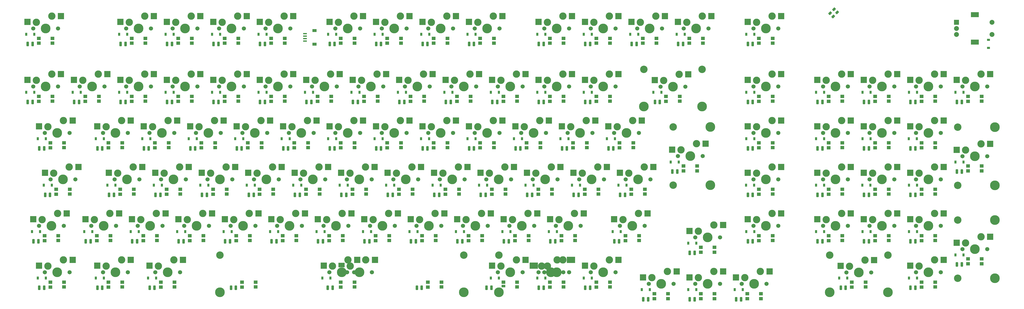
<source format=gbr>
%TF.GenerationSoftware,KiCad,Pcbnew,(6.0.4)*%
%TF.CreationDate,2022-05-16T22:22:17+02:00*%
%TF.ProjectId,pcb-rounded,7063622d-726f-4756-9e64-65642e6b6963,rev?*%
%TF.SameCoordinates,Original*%
%TF.FileFunction,Soldermask,Bot*%
%TF.FilePolarity,Negative*%
%FSLAX46Y46*%
G04 Gerber Fmt 4.6, Leading zero omitted, Abs format (unit mm)*
G04 Created by KiCad (PCBNEW (6.0.4)) date 2022-05-16 22:22:17*
%MOMM*%
%LPD*%
G01*
G04 APERTURE LIST*
G04 Aperture macros list*
%AMRoundRect*
0 Rectangle with rounded corners*
0 $1 Rounding radius*
0 $2 $3 $4 $5 $6 $7 $8 $9 X,Y pos of 4 corners*
0 Add a 4 corners polygon primitive as box body*
4,1,4,$2,$3,$4,$5,$6,$7,$8,$9,$2,$3,0*
0 Add four circle primitives for the rounded corners*
1,1,$1+$1,$2,$3*
1,1,$1+$1,$4,$5*
1,1,$1+$1,$6,$7*
1,1,$1+$1,$8,$9*
0 Add four rect primitives between the rounded corners*
20,1,$1+$1,$2,$3,$4,$5,0*
20,1,$1+$1,$4,$5,$6,$7,0*
20,1,$1+$1,$6,$7,$8,$9,0*
20,1,$1+$1,$8,$9,$2,$3,0*%
G04 Aperture macros list end*
%ADD10R,1.600000X1.400000*%
%ADD11R,1.600000X1.420000*%
%ADD12R,1.600000X1.380000*%
%ADD13C,1.701800*%
%ADD14C,3.987800*%
%ADD15C,3.000000*%
%ADD16R,2.550000X2.500000*%
%ADD17C,0.600000*%
%ADD18R,1.600000X1.123000*%
%ADD19C,3.048000*%
%ADD20R,2.570500X1.878000*%
%ADD21R,3.500998X2.500000*%
%ADD22R,3.349250X2.500000*%
%ADD23R,2.000000X2.000000*%
%ADD24C,2.000000*%
%ADD25R,3.200000X2.000000*%
%ADD26R,0.900000X1.200000*%
%ADD27RoundRect,0.250000X0.250000X0.700000X-0.250000X0.700000X-0.250000X-0.700000X0.250000X-0.700000X0*%
%ADD28RoundRect,0.250000X0.503814X0.132583X0.132583X0.503814X-0.503814X-0.132583X-0.132583X-0.503814X0*%
%ADD29R,1.800000X1.200000*%
%ADD30R,1.550000X0.600000*%
%ADD31R,1.200000X0.900000*%
G04 APERTURE END LIST*
D10*
%TO.C,D150*%
X465556250Y-223547500D03*
D11*
X465556250Y-221557500D03*
D10*
X459956250Y-221557500D03*
D12*
X459956250Y-223557500D03*
%TD*%
D10*
%TO.C,D190*%
X132181250Y-280697500D03*
D11*
X132181250Y-278707500D03*
D10*
X126581250Y-278707500D03*
D12*
X126581250Y-280707500D03*
%TD*%
D10*
%TO.C,D180*%
X298868750Y-261647500D03*
D11*
X298868750Y-259657500D03*
D10*
X293268750Y-259657500D03*
D12*
X293268750Y-261657500D03*
%TD*%
D10*
%TO.C,D115*%
X103606250Y-204497500D03*
D11*
X103606250Y-202507500D03*
D10*
X98006250Y-202507500D03*
D12*
X98006250Y-204507500D03*
%TD*%
D10*
%TO.C,D119*%
X179806250Y-204497500D03*
D11*
X179806250Y-202507500D03*
D10*
X174206250Y-202507500D03*
D12*
X174206250Y-204507500D03*
%TD*%
D13*
%TO.C,MX13*%
X372586250Y-174625000D03*
X362426250Y-174625000D03*
D14*
X367506250Y-174625000D03*
D15*
X363696250Y-172085000D03*
X370046250Y-169545000D03*
D16*
X373796250Y-169545000D03*
D17*
X372856250Y-170450000D03*
X374756250Y-169550000D03*
X372856250Y-169550000D03*
X374756250Y-168650000D03*
X372856250Y-168650000D03*
X374756250Y-170450000D03*
X359126250Y-171930000D03*
D16*
X360066250Y-171965000D03*
D17*
X360906250Y-172950000D03*
X359126250Y-172830000D03*
X360906250Y-172050000D03*
X360906250Y-171150000D03*
X359126250Y-171030000D03*
%TD*%
D10*
%TO.C,D135*%
X132181250Y-223547500D03*
D11*
X132181250Y-221557500D03*
D10*
X126581250Y-221557500D03*
D12*
X126581250Y-223557500D03*
%TD*%
D10*
%TO.C,D162*%
X327443750Y-242597500D03*
D11*
X327443750Y-240607500D03*
D10*
X321843750Y-240607500D03*
D12*
X321843750Y-242607500D03*
%TD*%
D13*
%TO.C,MX11*%
X334486250Y-174625000D03*
D15*
X325596250Y-172085000D03*
D14*
X329406250Y-174625000D03*
D15*
X331946250Y-169545000D03*
D13*
X324326250Y-174625000D03*
D17*
X336656250Y-168650000D03*
D16*
X335696250Y-169545000D03*
D17*
X334756250Y-168650000D03*
X336656250Y-169550000D03*
X336656250Y-170450000D03*
X334756250Y-170450000D03*
X334756250Y-169550000D03*
X322806250Y-171150000D03*
D16*
X321966250Y-171965000D03*
D17*
X321026250Y-172830000D03*
X322806250Y-172950000D03*
X321026250Y-171030000D03*
X321026250Y-171930000D03*
X322806250Y-172050000D03*
%TD*%
D15*
%TO.C,MX43*%
X284321250Y-212407500D03*
D14*
X281781250Y-217487500D03*
D13*
X276701250Y-217487500D03*
D15*
X277971250Y-214947500D03*
D13*
X286861250Y-217487500D03*
D17*
X289031250Y-213312500D03*
X287131250Y-211512500D03*
X289031250Y-211512500D03*
X289031250Y-212412500D03*
X287131250Y-213312500D03*
X287131250Y-212412500D03*
D16*
X288071250Y-212407500D03*
D17*
X275181250Y-215812500D03*
X273401250Y-213892500D03*
D16*
X274341250Y-214827500D03*
D17*
X273401250Y-215692500D03*
X275181250Y-214912500D03*
X273401250Y-214792500D03*
X275181250Y-214012500D03*
%TD*%
D10*
%TO.C,D136*%
X151231250Y-223547500D03*
D11*
X151231250Y-221557500D03*
D10*
X145631250Y-221557500D03*
D12*
X145631250Y-223557500D03*
%TD*%
D10*
%TO.C,D144*%
X303631250Y-223547500D03*
D11*
X303631250Y-221557500D03*
D10*
X298031250Y-221557500D03*
D12*
X298031250Y-223557500D03*
%TD*%
D10*
%TO.C,D158*%
X251243750Y-242597500D03*
D11*
X251243750Y-240607500D03*
D10*
X245643750Y-240607500D03*
D12*
X245643750Y-242607500D03*
%TD*%
D14*
%TO.C,MX31*%
X443706250Y-198437500D03*
D13*
X448786250Y-198437500D03*
D15*
X446246250Y-193357500D03*
D13*
X438626250Y-198437500D03*
D15*
X439896250Y-195897500D03*
D16*
X449996250Y-193357500D03*
D17*
X449056250Y-193362500D03*
X449056250Y-192462500D03*
X450956250Y-192462500D03*
X449056250Y-194262500D03*
X450956250Y-194262500D03*
X450956250Y-193362500D03*
X435326250Y-195742500D03*
X435326250Y-196642500D03*
X435326250Y-194842500D03*
X437106250Y-194962500D03*
D16*
X436266250Y-195777500D03*
D17*
X437106250Y-196762500D03*
X437106250Y-195862500D03*
%TD*%
D10*
%TO.C,D197*%
X375068750Y-285460000D03*
D11*
X375068750Y-283470000D03*
D10*
X369468750Y-283470000D03*
D12*
X369468750Y-285470000D03*
%TD*%
D13*
%TO.C,MX20*%
X190976250Y-198437500D03*
D15*
X198596250Y-193357500D03*
X192246250Y-195897500D03*
D13*
X201136250Y-198437500D03*
D14*
X196056250Y-198437500D03*
D17*
X201406250Y-194262500D03*
X201406250Y-193362500D03*
D16*
X202346250Y-193357500D03*
D17*
X201406250Y-192462500D03*
X203306250Y-192462500D03*
X203306250Y-193362500D03*
X203306250Y-194262500D03*
X189456250Y-195862500D03*
X189456250Y-194962500D03*
D16*
X188616250Y-195777500D03*
D17*
X187676250Y-194842500D03*
X187676250Y-196642500D03*
X187676250Y-195742500D03*
X189456250Y-196762500D03*
%TD*%
D15*
%TO.C,MX54*%
X174783750Y-231457500D03*
X168433750Y-233997500D03*
D13*
X177323750Y-236537500D03*
D14*
X172243750Y-236537500D03*
D13*
X167163750Y-236537500D03*
D16*
X178533750Y-231457500D03*
D17*
X177593750Y-232362500D03*
X179493750Y-232362500D03*
X177593750Y-230562500D03*
X179493750Y-231462500D03*
X179493750Y-230562500D03*
X177593750Y-231462500D03*
D16*
X164803750Y-233877500D03*
D17*
X165643750Y-233962500D03*
X163863750Y-233842500D03*
X163863750Y-234742500D03*
X165643750Y-233062500D03*
X165643750Y-234862500D03*
X163863750Y-232942500D03*
%TD*%
D10*
%TO.C,D134*%
X108368750Y-223547500D03*
D11*
X108368750Y-221557500D03*
D10*
X102768750Y-221557500D03*
D12*
X102768750Y-223557500D03*
%TD*%
D15*
%TO.C,MX12*%
X344646250Y-172085000D03*
D14*
X348456250Y-174625000D03*
D13*
X353536250Y-174625000D03*
D15*
X350996250Y-169545000D03*
D13*
X343376250Y-174625000D03*
D17*
X355706250Y-170450000D03*
X353806250Y-169550000D03*
D16*
X354746250Y-169545000D03*
D17*
X355706250Y-168650000D03*
X355706250Y-169550000D03*
X353806250Y-170450000D03*
X353806250Y-168650000D03*
X341856250Y-172950000D03*
X340076250Y-171930000D03*
X340076250Y-171030000D03*
X340076250Y-172830000D03*
X341856250Y-171150000D03*
X341856250Y-172050000D03*
D16*
X341016250Y-171965000D03*
%TD*%
D15*
%TO.C,MX51*%
X110490000Y-231457500D03*
D14*
X107950000Y-236537500D03*
D13*
X102870000Y-236537500D03*
X113030000Y-236537500D03*
D15*
X104140000Y-233997500D03*
D17*
X113300000Y-232362500D03*
D16*
X114240000Y-231457500D03*
D17*
X115200000Y-231462500D03*
X115200000Y-230562500D03*
X115200000Y-232362500D03*
X113300000Y-230562500D03*
X113300000Y-231462500D03*
X101350000Y-234862500D03*
X101350000Y-233062500D03*
X99570000Y-234742500D03*
X101350000Y-233962500D03*
D16*
X100510000Y-233877500D03*
D17*
X99570000Y-232942500D03*
X99570000Y-233842500D03*
%TD*%
D10*
%TO.C,D138*%
X189331250Y-223547500D03*
D11*
X189331250Y-221557500D03*
D10*
X183731250Y-221557500D03*
D12*
X183731250Y-223557500D03*
%TD*%
D10*
%TO.C,D166*%
X427456250Y-242597500D03*
D11*
X427456250Y-240607500D03*
D10*
X421856250Y-240607500D03*
D12*
X421856250Y-242607500D03*
%TD*%
D15*
%TO.C,MX77*%
X235108750Y-253047500D03*
D13*
X233838750Y-255587500D03*
X243998750Y-255587500D03*
D14*
X238918750Y-255587500D03*
D15*
X241458750Y-250507500D03*
D17*
X246168750Y-249612500D03*
X244268750Y-249612500D03*
X244268750Y-250512500D03*
X246168750Y-250512500D03*
X244268750Y-251412500D03*
X246168750Y-251412500D03*
D16*
X245208750Y-250507500D03*
D17*
X232318750Y-252112500D03*
X232318750Y-253912500D03*
D16*
X231478750Y-252927500D03*
D17*
X230538750Y-253792500D03*
X230538750Y-251992500D03*
X230538750Y-252892500D03*
X232318750Y-253012500D03*
%TD*%
D10*
%TO.C,D185*%
X427456250Y-261647500D03*
D11*
X427456250Y-259657500D03*
D10*
X421856250Y-259657500D03*
D12*
X421856250Y-261657500D03*
%TD*%
D10*
%TO.C,D107*%
X246481250Y-180685000D03*
D11*
X246481250Y-178695000D03*
D10*
X240881250Y-178695000D03*
D12*
X240881250Y-180695000D03*
%TD*%
D10*
%TO.C,D175*%
X203618750Y-261647500D03*
D11*
X203618750Y-259657500D03*
D10*
X198018750Y-259657500D03*
D12*
X198018750Y-261657500D03*
%TD*%
D10*
%TO.C,D170*%
X105987500Y-261647500D03*
D11*
X105987500Y-259657500D03*
D10*
X100387500Y-259657500D03*
D12*
X100387500Y-261657500D03*
%TD*%
D10*
%TO.C,D202*%
X186950000Y-280697500D03*
D11*
X186950000Y-278707500D03*
D10*
X181350000Y-278707500D03*
D12*
X181350000Y-280707500D03*
%TD*%
D10*
%TO.C,D146*%
X341731250Y-223547500D03*
D11*
X341731250Y-221557500D03*
D10*
X336131250Y-221557500D03*
D12*
X336131250Y-223557500D03*
%TD*%
D15*
%TO.C,MX79*%
X273208750Y-253047500D03*
X279558750Y-250507500D03*
D13*
X271938750Y-255587500D03*
X282098750Y-255587500D03*
D14*
X277018750Y-255587500D03*
D16*
X283308750Y-250507500D03*
D17*
X284268750Y-250512500D03*
X282368750Y-250512500D03*
X282368750Y-249612500D03*
X284268750Y-249612500D03*
X282368750Y-251412500D03*
X284268750Y-251412500D03*
X270418750Y-252112500D03*
X268638750Y-253792500D03*
X270418750Y-253012500D03*
D16*
X269578750Y-252927500D03*
D17*
X268638750Y-252892500D03*
X268638750Y-251992500D03*
X270418750Y-253912500D03*
%TD*%
D10*
%TO.C,D140*%
X227431250Y-223547500D03*
D11*
X227431250Y-221557500D03*
D10*
X221831250Y-221557500D03*
D12*
X221831250Y-223557500D03*
%TD*%
D14*
%TO.C,MX49*%
X443706250Y-217487500D03*
D15*
X439896250Y-214947500D03*
X446246250Y-212407500D03*
D13*
X448786250Y-217487500D03*
X438626250Y-217487500D03*
D16*
X449996250Y-212407500D03*
D17*
X449056250Y-212412500D03*
X449056250Y-213312500D03*
X449056250Y-211512500D03*
X450956250Y-211512500D03*
X450956250Y-212412500D03*
X450956250Y-213312500D03*
X435326250Y-214792500D03*
X437106250Y-215812500D03*
X435326250Y-213892500D03*
X435326250Y-215692500D03*
D16*
X436266250Y-214827500D03*
D17*
X437106250Y-214012500D03*
X437106250Y-214912500D03*
%TD*%
D14*
%TO.C,MX45*%
X319881250Y-217487500D03*
D13*
X324961250Y-217487500D03*
D15*
X316071250Y-214947500D03*
D13*
X314801250Y-217487500D03*
D15*
X322421250Y-212407500D03*
D17*
X327131250Y-213312500D03*
X327131250Y-212412500D03*
X325231250Y-212412500D03*
D16*
X326171250Y-212407500D03*
D17*
X327131250Y-211512500D03*
X325231250Y-213312500D03*
X325231250Y-211512500D03*
X313281250Y-215812500D03*
D16*
X312441250Y-214827500D03*
D17*
X311501250Y-215692500D03*
X313281250Y-214912500D03*
X311501250Y-213892500D03*
X311501250Y-214792500D03*
X313281250Y-214012500D03*
%TD*%
D10*
%TO.C,D188*%
X484606250Y-271172500D03*
D11*
X484606250Y-269182500D03*
D10*
X479006250Y-269182500D03*
D12*
X479006250Y-271182500D03*
%TD*%
D10*
%TO.C,D137*%
X170281250Y-223547500D03*
D11*
X170281250Y-221557500D03*
D10*
X164681250Y-221557500D03*
D12*
X164681250Y-223557500D03*
%TD*%
D13*
%TO.C,MX42*%
X267811250Y-217487500D03*
D14*
X262731250Y-217487500D03*
D13*
X257651250Y-217487500D03*
D15*
X265271250Y-212407500D03*
X258921250Y-214947500D03*
D17*
X268081250Y-211512500D03*
X269981250Y-211512500D03*
X269981250Y-213312500D03*
D16*
X269021250Y-212407500D03*
D17*
X268081250Y-212412500D03*
X268081250Y-213312500D03*
X269981250Y-212412500D03*
X254351250Y-213892500D03*
X254351250Y-214792500D03*
X256131250Y-214912500D03*
X254351250Y-215692500D03*
D16*
X255291250Y-214827500D03*
D17*
X256131250Y-214012500D03*
X256131250Y-215812500D03*
%TD*%
D10*
%TO.C,D193*%
X294106250Y-280697500D03*
D11*
X294106250Y-278707500D03*
D10*
X288506250Y-278707500D03*
D18*
X288506250Y-280299000D03*
%TD*%
D13*
%TO.C,MX10*%
X315436250Y-174625000D03*
D15*
X306546250Y-172085000D03*
D14*
X310356250Y-174625000D03*
D13*
X305276250Y-174625000D03*
D15*
X312896250Y-169545000D03*
D17*
X317606250Y-169550000D03*
X317606250Y-170450000D03*
X317606250Y-168650000D03*
D16*
X316646250Y-169545000D03*
D17*
X315706250Y-168650000D03*
X315706250Y-169550000D03*
X315706250Y-170450000D03*
X303756250Y-171150000D03*
X301976250Y-172830000D03*
D16*
X302916250Y-171965000D03*
D17*
X303756250Y-172050000D03*
X303756250Y-172950000D03*
X301976250Y-171930000D03*
X301976250Y-171030000D03*
%TD*%
D19*
%TO.C,MX92*%
X286687500Y-267652500D03*
D14*
X286687500Y-282892500D03*
D13*
X217170000Y-274637500D03*
X224457500Y-274637500D03*
D14*
X229537500Y-274637500D03*
X222250000Y-274637500D03*
D15*
X224790000Y-269557500D03*
D19*
X272249900Y-267652500D03*
X172250100Y-267652500D03*
D13*
X234617500Y-274637500D03*
D14*
X172250100Y-282892500D03*
D15*
X232077500Y-269557500D03*
D13*
X227330000Y-274637500D03*
D15*
X225727500Y-272097500D03*
D14*
X272249900Y-282892500D03*
D15*
X218440000Y-272097500D03*
D17*
X236787500Y-270462500D03*
X229500000Y-270462500D03*
X229500000Y-268662500D03*
D16*
X235827500Y-269557500D03*
D17*
X229500000Y-269562500D03*
X227600000Y-268662500D03*
X236787500Y-269562500D03*
X236787500Y-268662500D03*
X234887500Y-269562500D03*
X227600000Y-269562500D03*
X234887500Y-270462500D03*
D16*
X228540000Y-269557500D03*
D17*
X227600000Y-270462500D03*
X234887500Y-268662500D03*
X213870000Y-272842500D03*
X222937500Y-272062500D03*
X213870000Y-271042500D03*
X215650000Y-271162500D03*
X215650000Y-272962500D03*
X221157500Y-271042500D03*
X221157500Y-271942500D03*
X222937500Y-271162500D03*
D16*
X214810000Y-271977500D03*
D20*
X222107750Y-271666500D03*
D17*
X215650000Y-272062500D03*
X213870000Y-271942500D03*
%TD*%
D10*
%TO.C,D163*%
X346493750Y-242597500D03*
D11*
X346493750Y-240607500D03*
D10*
X340893750Y-240607500D03*
D12*
X340893750Y-242607500D03*
%TD*%
D10*
%TO.C,D139*%
X208381250Y-223547500D03*
D11*
X208381250Y-221557500D03*
D10*
X202781250Y-221557500D03*
D12*
X202781250Y-223557500D03*
%TD*%
D13*
%TO.C,MX9*%
X286861250Y-174625000D03*
D15*
X277971250Y-172085000D03*
D14*
X281781250Y-174625000D03*
D15*
X284321250Y-169545000D03*
D13*
X276701250Y-174625000D03*
D17*
X289031250Y-169550000D03*
X287131250Y-170450000D03*
X289031250Y-168650000D03*
X287131250Y-169550000D03*
D16*
X288071250Y-169545000D03*
D17*
X289031250Y-170450000D03*
X287131250Y-168650000D03*
X275181250Y-172950000D03*
X273401250Y-172830000D03*
X275181250Y-172050000D03*
X273401250Y-171030000D03*
X275181250Y-171150000D03*
X273401250Y-171930000D03*
D16*
X274341250Y-171965000D03*
%TD*%
D13*
%TO.C,MX18*%
X152876250Y-198437500D03*
X163036250Y-198437500D03*
D14*
X157956250Y-198437500D03*
D15*
X160496250Y-193357500D03*
X154146250Y-195897500D03*
D17*
X163306250Y-193362500D03*
X165206250Y-193362500D03*
X163306250Y-194262500D03*
D16*
X164246250Y-193357500D03*
D17*
X165206250Y-192462500D03*
X165206250Y-194262500D03*
X163306250Y-192462500D03*
X149576250Y-196642500D03*
X151356250Y-194962500D03*
X151356250Y-196762500D03*
D16*
X150516250Y-195777500D03*
D17*
X149576250Y-194842500D03*
X151356250Y-195862500D03*
X149576250Y-195742500D03*
%TD*%
D10*
%TO.C,D141*%
X246481250Y-223547500D03*
D11*
X246481250Y-221557500D03*
D10*
X240881250Y-221557500D03*
D12*
X240881250Y-223557500D03*
%TD*%
D10*
%TO.C,D148*%
X427456250Y-223547500D03*
D11*
X427456250Y-221557500D03*
D10*
X421856250Y-221557500D03*
D12*
X421856250Y-223557500D03*
%TD*%
D13*
%TO.C,MX15*%
X105886250Y-198437500D03*
D15*
X103346250Y-193357500D03*
D13*
X95726250Y-198437500D03*
D14*
X100806250Y-198437500D03*
D15*
X96996250Y-195897500D03*
D17*
X106156250Y-193362500D03*
X108056250Y-194262500D03*
X106156250Y-194262500D03*
D16*
X107096250Y-193357500D03*
D17*
X108056250Y-192462500D03*
X106156250Y-192462500D03*
X108056250Y-193362500D03*
X94206250Y-194962500D03*
X94206250Y-195862500D03*
X92426250Y-194842500D03*
X92426250Y-196642500D03*
X92426250Y-195742500D03*
D16*
X93366250Y-195777500D03*
D17*
X94206250Y-196762500D03*
%TD*%
D13*
%TO.C,MX5*%
X201136250Y-174625000D03*
D15*
X198596250Y-169545000D03*
D13*
X190976250Y-174625000D03*
D15*
X192246250Y-172085000D03*
D14*
X196056250Y-174625000D03*
D17*
X203306250Y-170450000D03*
X201406250Y-169550000D03*
D16*
X202346250Y-169545000D03*
D17*
X201406250Y-168650000D03*
X203306250Y-169550000D03*
X201406250Y-170450000D03*
X203306250Y-168650000D03*
X189456250Y-171150000D03*
X187676250Y-171930000D03*
X187676250Y-171030000D03*
X187676250Y-172830000D03*
D16*
X188616250Y-171965000D03*
D17*
X189456250Y-172050000D03*
X189456250Y-172950000D03*
%TD*%
D13*
%TO.C,MX21*%
X210026250Y-198437500D03*
D15*
X211296250Y-195897500D03*
X217646250Y-193357500D03*
D13*
X220186250Y-198437500D03*
D14*
X215106250Y-198437500D03*
D17*
X222356250Y-193362500D03*
X220456250Y-192462500D03*
X220456250Y-193362500D03*
X222356250Y-192462500D03*
X222356250Y-194262500D03*
D16*
X221396250Y-193357500D03*
D17*
X220456250Y-194262500D03*
D16*
X207666250Y-195777500D03*
D17*
X206726250Y-195742500D03*
X208506250Y-195862500D03*
X206726250Y-194842500D03*
X208506250Y-196762500D03*
X208506250Y-194962500D03*
X206726250Y-196642500D03*
%TD*%
D10*
%TO.C,D113*%
X370306250Y-180685000D03*
D11*
X370306250Y-178695000D03*
D10*
X364706250Y-178695000D03*
D12*
X364706250Y-180695000D03*
%TD*%
D10*
%TO.C,D109*%
X284581250Y-180685000D03*
D11*
X284581250Y-178695000D03*
D10*
X278981250Y-178695000D03*
D12*
X278981250Y-180695000D03*
%TD*%
D13*
%TO.C,MX84*%
X391001250Y-255587500D03*
D15*
X398621250Y-250507500D03*
X392271250Y-253047500D03*
D14*
X396081250Y-255587500D03*
D13*
X401161250Y-255587500D03*
D17*
X401431250Y-251412500D03*
X403331250Y-251412500D03*
X403331250Y-249612500D03*
X401431250Y-250512500D03*
X401431250Y-249612500D03*
D16*
X402371250Y-250507500D03*
D17*
X403331250Y-250512500D03*
D16*
X388641250Y-252927500D03*
D17*
X389481250Y-252112500D03*
X387701250Y-251992500D03*
X387701250Y-253792500D03*
X389481250Y-253012500D03*
X389481250Y-253912500D03*
X387701250Y-252892500D03*
%TD*%
D13*
%TO.C,MX44*%
X305911250Y-217487500D03*
D14*
X300831250Y-217487500D03*
D15*
X303371250Y-212407500D03*
X297021250Y-214947500D03*
D13*
X295751250Y-217487500D03*
D17*
X308081250Y-212412500D03*
X306181250Y-212412500D03*
X306181250Y-211512500D03*
X306181250Y-213312500D03*
D16*
X307121250Y-212407500D03*
D17*
X308081250Y-213312500D03*
X308081250Y-211512500D03*
X292451250Y-213892500D03*
X294231250Y-214012500D03*
D16*
X293391250Y-214827500D03*
D17*
X294231250Y-215812500D03*
X292451250Y-214792500D03*
X294231250Y-214912500D03*
X292451250Y-215692500D03*
%TD*%
D10*
%TO.C,D127*%
X332206250Y-204497500D03*
D11*
X332206250Y-202507500D03*
D10*
X326606250Y-202507500D03*
D12*
X326606250Y-204507500D03*
%TD*%
D10*
%TO.C,D167*%
X446506250Y-242597500D03*
D11*
X446506250Y-240607500D03*
D10*
X440906250Y-240607500D03*
D12*
X440906250Y-242607500D03*
%TD*%
D13*
%TO.C,MX47*%
X401161250Y-217487500D03*
D15*
X392271250Y-214947500D03*
D14*
X396081250Y-217487500D03*
D15*
X398621250Y-212407500D03*
D13*
X391001250Y-217487500D03*
D17*
X401431250Y-211512500D03*
X401431250Y-212412500D03*
X403331250Y-213312500D03*
X403331250Y-211512500D03*
X403331250Y-212412500D03*
X401431250Y-213312500D03*
D16*
X402371250Y-212407500D03*
D17*
X389481250Y-215812500D03*
D16*
X388641250Y-214827500D03*
D17*
X387701250Y-214792500D03*
X389481250Y-214012500D03*
X389481250Y-214912500D03*
X387701250Y-213892500D03*
X387701250Y-215692500D03*
%TD*%
D15*
%TO.C,MX32*%
X458946250Y-195897500D03*
D13*
X457676250Y-198437500D03*
X467836250Y-198437500D03*
D14*
X462756250Y-198437500D03*
D15*
X465296250Y-193357500D03*
D16*
X469046250Y-193357500D03*
D17*
X470006250Y-193362500D03*
X468106250Y-192462500D03*
X470006250Y-194262500D03*
X468106250Y-194262500D03*
X470006250Y-192462500D03*
X468106250Y-193362500D03*
X454376250Y-194842500D03*
X454376250Y-196642500D03*
X454376250Y-195742500D03*
X456156250Y-195862500D03*
X456156250Y-196762500D03*
D16*
X455316250Y-195777500D03*
D17*
X456156250Y-194962500D03*
%TD*%
D14*
%TO.C,MX91*%
X150812500Y-274637500D03*
D13*
X155892500Y-274637500D03*
X145732500Y-274637500D03*
D15*
X147002500Y-272097500D03*
X153352500Y-269557500D03*
D17*
X156162500Y-268662500D03*
X156162500Y-269562500D03*
D16*
X157102500Y-269557500D03*
D17*
X158062500Y-269562500D03*
X156162500Y-270462500D03*
X158062500Y-268662500D03*
X158062500Y-270462500D03*
X142432500Y-272842500D03*
X144212500Y-272062500D03*
D16*
X143372500Y-271977500D03*
D17*
X144212500Y-272962500D03*
X142432500Y-271942500D03*
X142432500Y-271042500D03*
X144212500Y-271162500D03*
%TD*%
D15*
%TO.C,MX36*%
X144621250Y-214947500D03*
X150971250Y-212407500D03*
D13*
X153511250Y-217487500D03*
D14*
X148431250Y-217487500D03*
D13*
X143351250Y-217487500D03*
D17*
X155681250Y-211512500D03*
X153781250Y-212412500D03*
X153781250Y-213312500D03*
X155681250Y-212412500D03*
X153781250Y-211512500D03*
D16*
X154721250Y-212407500D03*
D17*
X155681250Y-213312500D03*
X140051250Y-215692500D03*
D16*
X140991250Y-214827500D03*
D17*
X140051250Y-214792500D03*
X141831250Y-214912500D03*
X141831250Y-215812500D03*
X141831250Y-214012500D03*
X140051250Y-213892500D03*
%TD*%
D10*
%TO.C,D183*%
X375068750Y-266410000D03*
D11*
X375068750Y-264420000D03*
D10*
X369468750Y-264420000D03*
D12*
X369468750Y-266420000D03*
%TD*%
D10*
%TO.C,D130*%
X427456250Y-204497500D03*
D11*
X427456250Y-202507500D03*
D10*
X421856250Y-202507500D03*
D12*
X421856250Y-204507500D03*
%TD*%
D13*
%TO.C,MX71*%
X129698750Y-255587500D03*
X119538750Y-255587500D03*
D15*
X127158750Y-250507500D03*
D14*
X124618750Y-255587500D03*
D15*
X120808750Y-253047500D03*
D17*
X129968750Y-249612500D03*
D16*
X130908750Y-250507500D03*
D17*
X131868750Y-249612500D03*
X131868750Y-251412500D03*
X129968750Y-251412500D03*
X129968750Y-250512500D03*
X131868750Y-250512500D03*
X118018750Y-252112500D03*
D16*
X117178750Y-252927500D03*
D17*
X116238750Y-251992500D03*
X116238750Y-252892500D03*
X118018750Y-253912500D03*
X116238750Y-253792500D03*
X118018750Y-253012500D03*
%TD*%
D10*
%TO.C,D116*%
X122656250Y-204497500D03*
D11*
X122656250Y-202507500D03*
D10*
X117056250Y-202507500D03*
D12*
X117056250Y-204507500D03*
%TD*%
D10*
%TO.C,D168*%
X465556250Y-242597500D03*
D11*
X465556250Y-240607500D03*
D10*
X459956250Y-240607500D03*
D12*
X459956250Y-242607500D03*
%TD*%
D10*
%TO.C,D176*%
X222668750Y-261647500D03*
D11*
X222668750Y-259657500D03*
D10*
X217068750Y-259657500D03*
D12*
X217068750Y-261657500D03*
%TD*%
D10*
%TO.C,D110*%
X313156250Y-180685000D03*
D11*
X313156250Y-178695000D03*
D10*
X307556250Y-178695000D03*
D12*
X307556250Y-180695000D03*
%TD*%
D14*
%TO.C,MX80*%
X296068750Y-255587500D03*
D13*
X290988750Y-255587500D03*
X301148750Y-255587500D03*
D15*
X292258750Y-253047500D03*
X298608750Y-250507500D03*
D17*
X303318750Y-251412500D03*
D16*
X302358750Y-250507500D03*
D17*
X301418750Y-251412500D03*
X301418750Y-250512500D03*
X301418750Y-249612500D03*
X303318750Y-250512500D03*
X303318750Y-249612500D03*
X287688750Y-252892500D03*
X289468750Y-253912500D03*
X289468750Y-253012500D03*
D16*
X288628750Y-252927500D03*
D17*
X287688750Y-251992500D03*
X289468750Y-252112500D03*
X287688750Y-253792500D03*
%TD*%
D10*
%TO.C,D128*%
X360781250Y-204497500D03*
D11*
X360781250Y-202507500D03*
D10*
X355181250Y-202507500D03*
D12*
X355181250Y-204507500D03*
%TD*%
D10*
%TO.C,D118*%
X160756250Y-204497500D03*
D11*
X160756250Y-202507500D03*
D10*
X155156250Y-202507500D03*
D12*
X155156250Y-204507500D03*
%TD*%
D13*
%TO.C,MX89*%
X110648750Y-274637500D03*
X100488750Y-274637500D03*
D15*
X101758750Y-272097500D03*
X108108750Y-269557500D03*
D14*
X105568750Y-274637500D03*
D17*
X110918750Y-270462500D03*
X110918750Y-269562500D03*
X110918750Y-268662500D03*
X112818750Y-270462500D03*
D16*
X111858750Y-269557500D03*
D17*
X112818750Y-269562500D03*
X112818750Y-268662500D03*
X97188750Y-272842500D03*
X97188750Y-271942500D03*
X98968750Y-271162500D03*
X97188750Y-271042500D03*
X98968750Y-272962500D03*
D16*
X98128750Y-271977500D03*
D17*
X98968750Y-272062500D03*
%TD*%
D15*
%TO.C,MX66*%
X427196250Y-231457500D03*
D13*
X419576250Y-236537500D03*
D15*
X420846250Y-233997500D03*
D14*
X424656250Y-236537500D03*
D13*
X429736250Y-236537500D03*
D17*
X430006250Y-231462500D03*
X430006250Y-232362500D03*
D16*
X430946250Y-231457500D03*
D17*
X431906250Y-230562500D03*
X431906250Y-232362500D03*
X430006250Y-230562500D03*
X431906250Y-231462500D03*
X416276250Y-233842500D03*
X418056250Y-234862500D03*
D16*
X417216250Y-233877500D03*
D17*
X416276250Y-232942500D03*
X418056250Y-233062500D03*
X416276250Y-234742500D03*
X418056250Y-233962500D03*
%TD*%
D10*
%TO.C,D186*%
X446506250Y-261647500D03*
D11*
X446506250Y-259657500D03*
D10*
X440906250Y-259657500D03*
D12*
X440906250Y-261657500D03*
%TD*%
D13*
%TO.C,MX3*%
X152876250Y-174625000D03*
D14*
X157956250Y-174625000D03*
D15*
X160496250Y-169545000D03*
D13*
X163036250Y-174625000D03*
D15*
X154146250Y-172085000D03*
D17*
X165206250Y-169550000D03*
X165206250Y-170450000D03*
D16*
X164246250Y-169545000D03*
D17*
X165206250Y-168650000D03*
X163306250Y-168650000D03*
X163306250Y-170450000D03*
X163306250Y-169550000D03*
D16*
X150516250Y-171965000D03*
D17*
X151356250Y-172050000D03*
X151356250Y-171150000D03*
X149576250Y-172830000D03*
X149576250Y-171030000D03*
X151356250Y-172950000D03*
X149576250Y-171930000D03*
%TD*%
D10*
%TO.C,D171*%
X127418750Y-261647500D03*
D11*
X127418750Y-259657500D03*
D10*
X121818750Y-259657500D03*
D12*
X121818750Y-261657500D03*
%TD*%
D15*
%TO.C,MX61*%
X308133750Y-231457500D03*
D13*
X310673750Y-236537500D03*
X300513750Y-236537500D03*
D14*
X305593750Y-236537500D03*
D15*
X301783750Y-233997500D03*
D17*
X312843750Y-232362500D03*
X310943750Y-231462500D03*
X310943750Y-230562500D03*
D16*
X311883750Y-231457500D03*
D17*
X310943750Y-232362500D03*
X312843750Y-231462500D03*
X312843750Y-230562500D03*
X297213750Y-233842500D03*
D16*
X298153750Y-233877500D03*
D17*
X297213750Y-234742500D03*
X298993750Y-233962500D03*
X298993750Y-233062500D03*
X297213750Y-232942500D03*
X298993750Y-234862500D03*
%TD*%
D15*
%TO.C,MX100*%
X458946250Y-272097500D03*
D13*
X457676250Y-274637500D03*
D14*
X462756250Y-274637500D03*
D15*
X465296250Y-269557500D03*
D13*
X467836250Y-274637500D03*
D17*
X470006250Y-269562500D03*
X470006250Y-270462500D03*
X468106250Y-269562500D03*
D16*
X469046250Y-269557500D03*
D17*
X468106250Y-270462500D03*
X468106250Y-268662500D03*
X470006250Y-268662500D03*
X454376250Y-272842500D03*
X454376250Y-271942500D03*
D16*
X455316250Y-271977500D03*
D17*
X456156250Y-272062500D03*
X454376250Y-271042500D03*
X456156250Y-272962500D03*
X456156250Y-271162500D03*
%TD*%
D10*
%TO.C,D105*%
X198856250Y-180685000D03*
D11*
X198856250Y-178695000D03*
D10*
X193256250Y-178695000D03*
D12*
X193256250Y-180695000D03*
%TD*%
D15*
%TO.C,MX86*%
X439896250Y-253047500D03*
X446246250Y-250507500D03*
D13*
X438626250Y-255587500D03*
D14*
X443706250Y-255587500D03*
D13*
X448786250Y-255587500D03*
D17*
X450956250Y-249612500D03*
X450956250Y-250512500D03*
X449056250Y-250512500D03*
X449056250Y-249612500D03*
D16*
X449996250Y-250507500D03*
D17*
X449056250Y-251412500D03*
X450956250Y-251412500D03*
X437106250Y-253912500D03*
D16*
X436266250Y-252927500D03*
D17*
X435326250Y-252892500D03*
X435326250Y-251992500D03*
X437106250Y-253012500D03*
X437106250Y-252112500D03*
X435326250Y-253792500D03*
%TD*%
D13*
%TO.C,MX39*%
X210661250Y-217487500D03*
X200501250Y-217487500D03*
D14*
X205581250Y-217487500D03*
D15*
X208121250Y-212407500D03*
X201771250Y-214947500D03*
D17*
X212831250Y-213312500D03*
X210931250Y-211512500D03*
D16*
X211871250Y-212407500D03*
D17*
X210931250Y-212412500D03*
X212831250Y-212412500D03*
X210931250Y-213312500D03*
X212831250Y-211512500D03*
X198981250Y-214012500D03*
X197201250Y-214792500D03*
X198981250Y-214912500D03*
X197201250Y-215692500D03*
D16*
X198141250Y-214827500D03*
D17*
X197201250Y-213892500D03*
X198981250Y-215812500D03*
%TD*%
D10*
%TO.C,D192*%
X227431250Y-280697500D03*
D11*
X227431250Y-278707500D03*
D10*
X221831250Y-278707500D03*
D12*
X221831250Y-280707500D03*
%TD*%
D14*
%TO.C,MX87*%
X462756250Y-255587500D03*
D15*
X458946250Y-253047500D03*
X465296250Y-250507500D03*
D13*
X467836250Y-255587500D03*
X457676250Y-255587500D03*
D16*
X469046250Y-250507500D03*
D17*
X470006250Y-249612500D03*
X470006250Y-250512500D03*
X470006250Y-251412500D03*
X468106250Y-250512500D03*
X468106250Y-251412500D03*
X468106250Y-249612500D03*
X456156250Y-253012500D03*
X456156250Y-253912500D03*
X454376250Y-253792500D03*
X454376250Y-251992500D03*
X454376250Y-252892500D03*
D16*
X455316250Y-252927500D03*
D17*
X456156250Y-252112500D03*
%TD*%
D15*
%TO.C,MX83*%
X368458750Y-257810000D03*
D13*
X367188750Y-260350000D03*
D14*
X372268750Y-260350000D03*
D15*
X374808750Y-255270000D03*
D13*
X377348750Y-260350000D03*
D17*
X379518750Y-256175000D03*
X377618750Y-255275000D03*
D16*
X378558750Y-255270000D03*
D17*
X379518750Y-255275000D03*
X377618750Y-254375000D03*
X377618750Y-256175000D03*
X379518750Y-254375000D03*
X363888750Y-256755000D03*
X363888750Y-257655000D03*
D16*
X364828750Y-257690000D03*
D17*
X363888750Y-258555000D03*
X365668750Y-258675000D03*
X365668750Y-256875000D03*
X365668750Y-257775000D03*
%TD*%
D14*
%TO.C,MX78*%
X257968750Y-255587500D03*
D15*
X254158750Y-253047500D03*
D13*
X252888750Y-255587500D03*
X263048750Y-255587500D03*
D15*
X260508750Y-250507500D03*
D17*
X263318750Y-250512500D03*
X263318750Y-249612500D03*
X265218750Y-250512500D03*
X263318750Y-251412500D03*
X265218750Y-251412500D03*
D16*
X264258750Y-250507500D03*
D17*
X265218750Y-249612500D03*
X251368750Y-252112500D03*
X249588750Y-253792500D03*
X249588750Y-251992500D03*
D16*
X250528750Y-252927500D03*
D17*
X251368750Y-253012500D03*
X249588750Y-252892500D03*
X251368750Y-253912500D03*
%TD*%
D10*
%TO.C,D120*%
X198856250Y-204497500D03*
D11*
X198856250Y-202507500D03*
D10*
X193256250Y-202507500D03*
D12*
X193256250Y-204507500D03*
%TD*%
D10*
%TO.C,D122*%
X236956250Y-204497500D03*
D11*
X236956250Y-202507500D03*
D10*
X231356250Y-202507500D03*
D12*
X231356250Y-204507500D03*
%TD*%
D15*
%TO.C,MX40*%
X227171250Y-212407500D03*
D13*
X219551250Y-217487500D03*
D14*
X224631250Y-217487500D03*
D15*
X220821250Y-214947500D03*
D13*
X229711250Y-217487500D03*
D16*
X230921250Y-212407500D03*
D17*
X229981250Y-213312500D03*
X229981250Y-211512500D03*
X231881250Y-211512500D03*
X229981250Y-212412500D03*
X231881250Y-213312500D03*
X231881250Y-212412500D03*
X216251250Y-214792500D03*
X216251250Y-215692500D03*
D16*
X217191250Y-214827500D03*
D17*
X218031250Y-215812500D03*
X218031250Y-214012500D03*
X218031250Y-214912500D03*
X216251250Y-213892500D03*
%TD*%
D10*
%TO.C,D129*%
X398881250Y-204497500D03*
D11*
X398881250Y-202507500D03*
D10*
X393281250Y-202507500D03*
D12*
X393281250Y-204507500D03*
%TD*%
D10*
%TO.C,D155*%
X194093750Y-242597500D03*
D11*
X194093750Y-240607500D03*
D10*
X188493750Y-240607500D03*
D12*
X188493750Y-242607500D03*
%TD*%
D14*
%TO.C,MX81*%
X315118750Y-255587500D03*
D15*
X311308750Y-253047500D03*
D13*
X310038750Y-255587500D03*
D15*
X317658750Y-250507500D03*
D13*
X320198750Y-255587500D03*
D17*
X320468750Y-250512500D03*
X322368750Y-250512500D03*
X322368750Y-249612500D03*
X320468750Y-251412500D03*
X322368750Y-251412500D03*
D16*
X321408750Y-250507500D03*
D17*
X320468750Y-249612500D03*
X306738750Y-253792500D03*
X306738750Y-252892500D03*
X308518750Y-253912500D03*
X308518750Y-252112500D03*
D16*
X307678750Y-252927500D03*
D17*
X308518750Y-253012500D03*
X306738750Y-251992500D03*
%TD*%
D10*
%TO.C,D103*%
X160756250Y-180685000D03*
D11*
X160756250Y-178695000D03*
D10*
X155156250Y-178695000D03*
D12*
X155156250Y-180695000D03*
%TD*%
D15*
%TO.C,MX25*%
X287496250Y-195897500D03*
D13*
X286226250Y-198437500D03*
X296386250Y-198437500D03*
D15*
X293846250Y-193357500D03*
D14*
X291306250Y-198437500D03*
D17*
X298556250Y-194262500D03*
D16*
X297596250Y-193357500D03*
D17*
X298556250Y-193362500D03*
X296656250Y-192462500D03*
X298556250Y-192462500D03*
X296656250Y-193362500D03*
X296656250Y-194262500D03*
X282926250Y-196642500D03*
X284706250Y-194962500D03*
X284706250Y-196762500D03*
X284706250Y-195862500D03*
D16*
X283866250Y-195777500D03*
D17*
X282926250Y-195742500D03*
X282926250Y-194842500D03*
%TD*%
D10*
%TO.C,D106*%
X227431250Y-180685000D03*
D11*
X227431250Y-178695000D03*
D10*
X221831250Y-178695000D03*
D12*
X221831250Y-180695000D03*
%TD*%
D13*
%TO.C,MX52*%
X129063750Y-236537500D03*
X139223750Y-236537500D03*
D15*
X130333750Y-233997500D03*
X136683750Y-231457500D03*
D14*
X134143750Y-236537500D03*
D17*
X141393750Y-231462500D03*
X139493750Y-230562500D03*
X139493750Y-232362500D03*
X141393750Y-232362500D03*
X139493750Y-231462500D03*
D16*
X140433750Y-231457500D03*
D17*
X141393750Y-230562500D03*
X127543750Y-233962500D03*
X127543750Y-233062500D03*
X127543750Y-234862500D03*
X125763750Y-232942500D03*
X125763750Y-234742500D03*
X125763750Y-233842500D03*
D16*
X126703750Y-233877500D03*
%TD*%
D10*
%TO.C,D181*%
X317918750Y-261647500D03*
D11*
X317918750Y-259657500D03*
D10*
X312318750Y-259657500D03*
D12*
X312318750Y-261657500D03*
%TD*%
D10*
%TO.C,D184*%
X398881250Y-261647500D03*
D11*
X398881250Y-259657500D03*
D10*
X393281250Y-259657500D03*
D12*
X393281250Y-261657500D03*
%TD*%
D10*
%TO.C,D114*%
X398881250Y-180685000D03*
D11*
X398881250Y-178695000D03*
D10*
X393281250Y-178695000D03*
D12*
X393281250Y-180695000D03*
%TD*%
D13*
%TO.C,MX28*%
X363061250Y-198503639D03*
D14*
X357981250Y-198503639D03*
X346043250Y-206692500D03*
D15*
X354171250Y-195963639D03*
D19*
X346043250Y-191452500D03*
D14*
X369919250Y-206692500D03*
D15*
X360521250Y-193423639D03*
D13*
X352901250Y-198503639D03*
D19*
X369919250Y-191452500D03*
D17*
X363331250Y-194328639D03*
X365231250Y-194328639D03*
X365231250Y-193428639D03*
X363331250Y-192528639D03*
X363331250Y-193428639D03*
D16*
X364271250Y-193423639D03*
D17*
X365231250Y-192528639D03*
X351381250Y-195928639D03*
X351381250Y-195028639D03*
X349601250Y-195808639D03*
X351381250Y-196828639D03*
X349601250Y-196708639D03*
D16*
X350541250Y-195843639D03*
D17*
X349601250Y-194908639D03*
%TD*%
D15*
%TO.C,MX97*%
X368458750Y-276860000D03*
D13*
X367188750Y-279400000D03*
D15*
X374808750Y-274320000D03*
D13*
X377348750Y-279400000D03*
D14*
X372268750Y-279400000D03*
D17*
X379518750Y-273425000D03*
X377618750Y-275225000D03*
X379518750Y-274325000D03*
D16*
X378558750Y-274320000D03*
D17*
X377618750Y-274325000D03*
X379518750Y-275225000D03*
X377618750Y-273425000D03*
X363888750Y-275805000D03*
X363888750Y-276705000D03*
X365668750Y-277725000D03*
X365668750Y-276825000D03*
X365668750Y-275925000D03*
X363888750Y-277605000D03*
D16*
X364828750Y-276740000D03*
%TD*%
D15*
%TO.C,MX63*%
X346233750Y-231457500D03*
X339883750Y-233997500D03*
D13*
X348773750Y-236537500D03*
X338613750Y-236537500D03*
D14*
X343693750Y-236537500D03*
D17*
X349043750Y-230562500D03*
X350943750Y-232362500D03*
X350943750Y-230562500D03*
D16*
X349983750Y-231457500D03*
D17*
X349043750Y-232362500D03*
X350943750Y-231462500D03*
X349043750Y-231462500D03*
X337093750Y-234862500D03*
X335313750Y-234742500D03*
X337093750Y-233062500D03*
X335313750Y-233842500D03*
X335313750Y-232942500D03*
X337093750Y-233962500D03*
D16*
X336253750Y-233877500D03*
%TD*%
D10*
%TO.C,D156*%
X213143750Y-242597500D03*
D11*
X213143750Y-240607500D03*
D10*
X207543750Y-240607500D03*
D12*
X207543750Y-242607500D03*
%TD*%
D13*
%TO.C,MX16*%
X114776250Y-198437500D03*
X124936250Y-198437500D03*
D15*
X122396250Y-193357500D03*
X116046250Y-195897500D03*
D14*
X119856250Y-198437500D03*
D17*
X125206250Y-192462500D03*
X125206250Y-194262500D03*
X125206250Y-193362500D03*
X127106250Y-192462500D03*
X127106250Y-193362500D03*
D16*
X126146250Y-193357500D03*
D17*
X127106250Y-194262500D03*
X111476250Y-194842500D03*
X113256250Y-195862500D03*
X111476250Y-195742500D03*
X113256250Y-196762500D03*
X111476250Y-196642500D03*
X113256250Y-194962500D03*
D16*
X112416250Y-195777500D03*
%TD*%
D10*
%TO.C,D159*%
X270293750Y-242597500D03*
D11*
X270293750Y-240607500D03*
D10*
X264693750Y-240607500D03*
D12*
X264693750Y-242607500D03*
%TD*%
D15*
%TO.C,MX76*%
X216058750Y-253047500D03*
X222408750Y-250507500D03*
D13*
X214788750Y-255587500D03*
D14*
X219868750Y-255587500D03*
D13*
X224948750Y-255587500D03*
D17*
X225218750Y-250512500D03*
X225218750Y-249612500D03*
X225218750Y-251412500D03*
X227118750Y-251412500D03*
X227118750Y-250512500D03*
D16*
X226158750Y-250507500D03*
D17*
X227118750Y-249612500D03*
X213268750Y-252112500D03*
D16*
X212428750Y-252927500D03*
D17*
X211488750Y-251992500D03*
X213268750Y-253912500D03*
X213268750Y-253012500D03*
X211488750Y-253792500D03*
X211488750Y-252892500D03*
%TD*%
D14*
%TO.C,MX14*%
X396081250Y-174625000D03*
D13*
X401161250Y-174625000D03*
D15*
X398621250Y-169545000D03*
D13*
X391001250Y-174625000D03*
D15*
X392271250Y-172085000D03*
D17*
X401431250Y-168650000D03*
X403331250Y-170450000D03*
X403331250Y-169550000D03*
X403331250Y-168650000D03*
X401431250Y-169550000D03*
D16*
X402371250Y-169545000D03*
D17*
X401431250Y-170450000D03*
X389481250Y-172050000D03*
X387701250Y-171930000D03*
X387701250Y-172830000D03*
X387701250Y-171030000D03*
X389481250Y-172950000D03*
X389481250Y-171150000D03*
D16*
X388641250Y-171965000D03*
%TD*%
D15*
%TO.C,MX65*%
X398621250Y-231457500D03*
X392271250Y-233997500D03*
D13*
X401161250Y-236537500D03*
D14*
X396081250Y-236537500D03*
D13*
X391001250Y-236537500D03*
D17*
X401431250Y-230562500D03*
X403331250Y-231462500D03*
X403331250Y-232362500D03*
X401431250Y-232362500D03*
X403331250Y-230562500D03*
D16*
X402371250Y-231457500D03*
D17*
X401431250Y-231462500D03*
X387701250Y-234742500D03*
X389481250Y-234862500D03*
X389481250Y-233062500D03*
X387701250Y-232942500D03*
D16*
X388641250Y-233877500D03*
D17*
X387701250Y-233842500D03*
X389481250Y-233962500D03*
%TD*%
D15*
%TO.C,MX75*%
X197008750Y-253047500D03*
X203358750Y-250507500D03*
D13*
X195738750Y-255587500D03*
D14*
X200818750Y-255587500D03*
D13*
X205898750Y-255587500D03*
D16*
X207108750Y-250507500D03*
D17*
X208068750Y-251412500D03*
X208068750Y-249612500D03*
X206168750Y-249612500D03*
X206168750Y-250512500D03*
X206168750Y-251412500D03*
X208068750Y-250512500D03*
X192438750Y-251992500D03*
X192438750Y-253792500D03*
X192438750Y-252892500D03*
D16*
X193378750Y-252927500D03*
D17*
X194218750Y-252112500D03*
X194218750Y-253012500D03*
X194218750Y-253912500D03*
%TD*%
D10*
%TO.C,D172*%
X146468750Y-261647500D03*
D11*
X146468750Y-259657500D03*
D10*
X140868750Y-259657500D03*
D12*
X140868750Y-261657500D03*
%TD*%
D10*
%TO.C,D117*%
X141706250Y-204497500D03*
D11*
X141706250Y-202507500D03*
D10*
X136106250Y-202507500D03*
D12*
X136106250Y-204507500D03*
%TD*%
D10*
%TO.C,D173*%
X165518750Y-261647500D03*
D11*
X165518750Y-259657500D03*
D10*
X159918750Y-259657500D03*
D12*
X159918750Y-261657500D03*
%TD*%
D10*
%TO.C,D178*%
X260768750Y-261647500D03*
D11*
X260768750Y-259657500D03*
D10*
X255168750Y-259657500D03*
D12*
X255168750Y-261657500D03*
%TD*%
D15*
%TO.C,MX50*%
X465296250Y-212407500D03*
X458946250Y-214947500D03*
D13*
X457676250Y-217487500D03*
X467836250Y-217487500D03*
D14*
X462756250Y-217487500D03*
D17*
X468106250Y-211512500D03*
X468106250Y-213312500D03*
X470006250Y-213312500D03*
X470006250Y-211512500D03*
X468106250Y-212412500D03*
D16*
X469046250Y-212407500D03*
D17*
X470006250Y-212412500D03*
X456156250Y-214912500D03*
X456156250Y-215812500D03*
X454376250Y-214792500D03*
X454376250Y-215692500D03*
X454376250Y-213892500D03*
D16*
X455316250Y-214827500D03*
D17*
X456156250Y-214012500D03*
%TD*%
D15*
%TO.C,MX70*%
X99377500Y-253047500D03*
D13*
X108267500Y-255587500D03*
D15*
X105727500Y-250507500D03*
D14*
X103187500Y-255587500D03*
D13*
X98107500Y-255587500D03*
D17*
X108537500Y-250512500D03*
X110437500Y-249612500D03*
X110437500Y-251412500D03*
D16*
X109477500Y-250507500D03*
D17*
X110437500Y-250512500D03*
X108537500Y-251412500D03*
X108537500Y-249612500D03*
X94807500Y-251992500D03*
X96587500Y-253012500D03*
D16*
X95747500Y-252927500D03*
D17*
X94807500Y-252892500D03*
X94807500Y-253792500D03*
X96587500Y-253912500D03*
X96587500Y-252112500D03*
%TD*%
D10*
%TO.C,D199*%
X436981250Y-280697500D03*
D11*
X436981250Y-278707500D03*
D10*
X431381250Y-278707500D03*
D12*
X431381250Y-280707500D03*
%TD*%
D10*
%TO.C,D143*%
X284581250Y-223547500D03*
D11*
X284581250Y-221557500D03*
D10*
X278981250Y-221557500D03*
D12*
X278981250Y-223557500D03*
%TD*%
D10*
%TO.C,D182*%
X344112500Y-261647500D03*
D11*
X344112500Y-259657500D03*
D10*
X338512500Y-259657500D03*
D12*
X338512500Y-261657500D03*
%TD*%
D13*
%TO.C,MX33*%
X486886250Y-198437500D03*
D15*
X484346250Y-193357500D03*
D13*
X476726250Y-198437500D03*
D14*
X481806250Y-198437500D03*
D15*
X477996250Y-195897500D03*
D17*
X489056250Y-193362500D03*
X487156250Y-194262500D03*
X487156250Y-192462500D03*
D16*
X488096250Y-193357500D03*
D17*
X489056250Y-194262500D03*
X489056250Y-192462500D03*
X487156250Y-193362500D03*
X473426250Y-195742500D03*
X473426250Y-196642500D03*
X473426250Y-194842500D03*
D16*
X474366250Y-195777500D03*
D17*
X475206250Y-195862500D03*
X475206250Y-194962500D03*
X475206250Y-196762500D03*
%TD*%
D10*
%TO.C,D157*%
X232193750Y-242597500D03*
D11*
X232193750Y-240607500D03*
D10*
X226593750Y-240607500D03*
D12*
X226593750Y-242607500D03*
%TD*%
D13*
%TO.C,MX72*%
X138588750Y-255587500D03*
D15*
X146208750Y-250507500D03*
X139858750Y-253047500D03*
D14*
X143668750Y-255587500D03*
D13*
X148748750Y-255587500D03*
D17*
X149018750Y-251412500D03*
X149018750Y-249612500D03*
X149018750Y-250512500D03*
X150918750Y-249612500D03*
X150918750Y-250512500D03*
D16*
X149958750Y-250507500D03*
D17*
X150918750Y-251412500D03*
X137068750Y-253912500D03*
X137068750Y-252112500D03*
X135288750Y-253792500D03*
X135288750Y-251992500D03*
X137068750Y-253012500D03*
X135288750Y-252892500D03*
D16*
X136228750Y-252927500D03*
%TD*%
D13*
%TO.C,MX94*%
X315436250Y-274637500D03*
X313055000Y-274637500D03*
D14*
X310356250Y-274637500D03*
D15*
X304165000Y-272097500D03*
X306546250Y-272097500D03*
X310515000Y-269557500D03*
D13*
X305276250Y-274637500D03*
D15*
X312896250Y-269557500D03*
D14*
X307975000Y-274637500D03*
D13*
X302895000Y-274637500D03*
D17*
X315706250Y-268662500D03*
X317606250Y-268662500D03*
X317606250Y-270462500D03*
D21*
X316170749Y-269557500D03*
D17*
X315706250Y-270462500D03*
X317606250Y-269562500D03*
X315706250Y-269562500D03*
X301375000Y-272842500D03*
X299595000Y-271942500D03*
X301375000Y-271042500D03*
X299595000Y-272842500D03*
X299595000Y-271042500D03*
X301375000Y-271977500D03*
D22*
X300934625Y-271977500D03*
%TD*%
D15*
%TO.C,MX74*%
X184308750Y-250507500D03*
D13*
X186848750Y-255587500D03*
D14*
X181768750Y-255587500D03*
D13*
X176688750Y-255587500D03*
D15*
X177958750Y-253047500D03*
D17*
X189018750Y-249612500D03*
X187118750Y-249612500D03*
X189018750Y-250512500D03*
X189018750Y-251412500D03*
D16*
X188058750Y-250507500D03*
D17*
X187118750Y-251412500D03*
X187118750Y-250512500D03*
X175168750Y-253912500D03*
X175168750Y-253012500D03*
X173388750Y-251992500D03*
D16*
X174328750Y-252927500D03*
D17*
X173388750Y-252892500D03*
X175168750Y-252112500D03*
X173388750Y-253792500D03*
%TD*%
D10*
%TO.C,D196*%
X356018750Y-285460000D03*
D11*
X356018750Y-283470000D03*
D10*
X350418750Y-283470000D03*
D12*
X350418750Y-285470000D03*
%TD*%
D10*
%TO.C,D102*%
X141706250Y-180685000D03*
D11*
X141706250Y-178695000D03*
D10*
X136106250Y-178695000D03*
D12*
X136106250Y-180695000D03*
%TD*%
D10*
%TO.C,D203*%
X263150000Y-280697500D03*
D11*
X263150000Y-278707500D03*
D10*
X257550000Y-278707500D03*
D12*
X257550000Y-280707500D03*
%TD*%
D10*
%TO.C,D177*%
X241718750Y-261647500D03*
D11*
X241718750Y-259657500D03*
D10*
X236118750Y-259657500D03*
D12*
X236118750Y-261657500D03*
%TD*%
D15*
%TO.C,MX6*%
X227171250Y-169545000D03*
D13*
X229711250Y-174625000D03*
X219551250Y-174625000D03*
D14*
X224631250Y-174625000D03*
D15*
X220821250Y-172085000D03*
D17*
X229981250Y-170450000D03*
D16*
X230921250Y-169545000D03*
D17*
X231881250Y-169550000D03*
X231881250Y-168650000D03*
X231881250Y-170450000D03*
X229981250Y-169550000D03*
X229981250Y-168650000D03*
D16*
X217191250Y-171965000D03*
D17*
X218031250Y-171150000D03*
X218031250Y-172950000D03*
X218031250Y-172050000D03*
X216251250Y-171030000D03*
X216251250Y-171930000D03*
X216251250Y-172830000D03*
%TD*%
D10*
%TO.C,D145*%
X322681250Y-223547500D03*
D11*
X322681250Y-221557500D03*
D10*
X317081250Y-221557500D03*
D12*
X317081250Y-223557500D03*
%TD*%
D10*
%TO.C,D112*%
X351256250Y-180685000D03*
D11*
X351256250Y-178695000D03*
D10*
X345656250Y-178695000D03*
D12*
X345656250Y-180695000D03*
%TD*%
D15*
%TO.C,MX19*%
X179546250Y-193357500D03*
X173196250Y-195897500D03*
D14*
X177006250Y-198437500D03*
D13*
X171926250Y-198437500D03*
X182086250Y-198437500D03*
D17*
X182356250Y-193362500D03*
X184256250Y-194262500D03*
X184256250Y-192462500D03*
X182356250Y-194262500D03*
X184256250Y-193362500D03*
X182356250Y-192462500D03*
D16*
X183296250Y-193357500D03*
D17*
X170406250Y-195862500D03*
X168626250Y-195742500D03*
D16*
X169566250Y-195777500D03*
D17*
X168626250Y-194842500D03*
X168626250Y-196642500D03*
X170406250Y-194962500D03*
X170406250Y-196762500D03*
%TD*%
D10*
%TO.C,D142*%
X265531250Y-223547500D03*
D11*
X265531250Y-221557500D03*
D10*
X259931250Y-221557500D03*
D12*
X259931250Y-223557500D03*
%TD*%
D10*
%TO.C,D161*%
X308393750Y-242597500D03*
D11*
X308393750Y-240607500D03*
D10*
X302793750Y-240607500D03*
D12*
X302793750Y-242607500D03*
%TD*%
D15*
%TO.C,MX90*%
X131921250Y-269557500D03*
D14*
X129381250Y-274637500D03*
D15*
X125571250Y-272097500D03*
D13*
X134461250Y-274637500D03*
X124301250Y-274637500D03*
D17*
X136631250Y-269562500D03*
X134731250Y-269562500D03*
X136631250Y-270462500D03*
X136631250Y-268662500D03*
X134731250Y-270462500D03*
X134731250Y-268662500D03*
D16*
X135671250Y-269557500D03*
D17*
X121001250Y-271942500D03*
X121001250Y-271042500D03*
X122781250Y-271162500D03*
D16*
X121941250Y-271977500D03*
D17*
X121001250Y-272842500D03*
X122781250Y-272962500D03*
X122781250Y-272062500D03*
%TD*%
D10*
%TO.C,D149*%
X446506250Y-223547500D03*
D11*
X446506250Y-221557500D03*
D10*
X440906250Y-221557500D03*
D12*
X440906250Y-223557500D03*
%TD*%
D13*
%TO.C,MX69*%
X486886250Y-227078639D03*
X476726250Y-227078639D03*
D14*
X489995111Y-215140639D03*
D19*
X474755111Y-215140639D03*
D15*
X477996250Y-224538639D03*
X484346250Y-221998639D03*
D14*
X481806250Y-227078639D03*
D19*
X474755111Y-239016639D03*
D14*
X489995111Y-239016639D03*
D17*
X489056250Y-221103639D03*
X487156250Y-222903639D03*
D16*
X488096250Y-221998639D03*
D17*
X489056250Y-222003639D03*
X487156250Y-221103639D03*
X489056250Y-222903639D03*
X487156250Y-222003639D03*
X475206250Y-223603639D03*
X475206250Y-224503639D03*
X475206250Y-225403639D03*
X473426250Y-224383639D03*
X473426250Y-223483639D03*
D16*
X474366250Y-224418639D03*
D17*
X473426250Y-225283639D03*
%TD*%
D13*
%TO.C,MX30*%
X429736250Y-198437500D03*
D15*
X420846250Y-195897500D03*
X427196250Y-193357500D03*
D14*
X424656250Y-198437500D03*
D13*
X419576250Y-198437500D03*
D17*
X430006250Y-192462500D03*
X430006250Y-193362500D03*
D16*
X430946250Y-193357500D03*
D17*
X430006250Y-194262500D03*
X431906250Y-193362500D03*
X431906250Y-194262500D03*
X431906250Y-192462500D03*
X418056250Y-196762500D03*
X416276250Y-196642500D03*
X418056250Y-194962500D03*
X418056250Y-195862500D03*
X416276250Y-194842500D03*
D16*
X417216250Y-195777500D03*
D17*
X416276250Y-195742500D03*
%TD*%
D15*
%TO.C,MX85*%
X427196250Y-250507500D03*
D13*
X419576250Y-255587500D03*
D15*
X420846250Y-253047500D03*
D13*
X429736250Y-255587500D03*
D14*
X424656250Y-255587500D03*
D17*
X430006250Y-250512500D03*
D16*
X430946250Y-250507500D03*
D17*
X431906250Y-250512500D03*
X430006250Y-249612500D03*
X431906250Y-251412500D03*
X430006250Y-251412500D03*
X431906250Y-249612500D03*
X418056250Y-252112500D03*
X418056250Y-253912500D03*
D16*
X417216250Y-252927500D03*
D17*
X416276250Y-253792500D03*
X416276250Y-251992500D03*
X416276250Y-252892500D03*
X418056250Y-253012500D03*
%TD*%
D10*
%TO.C,D126*%
X313156250Y-204497500D03*
D11*
X313156250Y-202507500D03*
D10*
X307556250Y-202507500D03*
D12*
X307556250Y-204507500D03*
%TD*%
D13*
%TO.C,MX73*%
X157638750Y-255587500D03*
X167798750Y-255587500D03*
D15*
X165258750Y-250507500D03*
X158908750Y-253047500D03*
D14*
X162718750Y-255587500D03*
D17*
X168068750Y-249612500D03*
X169968750Y-249612500D03*
X168068750Y-251412500D03*
D16*
X169008750Y-250507500D03*
D17*
X168068750Y-250512500D03*
X169968750Y-251412500D03*
X169968750Y-250512500D03*
X154338750Y-252892500D03*
D16*
X155278750Y-252927500D03*
D17*
X156118750Y-253912500D03*
X154338750Y-251992500D03*
X154338750Y-253792500D03*
X156118750Y-252112500D03*
X156118750Y-253012500D03*
%TD*%
D10*
%TO.C,D195*%
X332206250Y-280697500D03*
D11*
X332206250Y-278707500D03*
D10*
X326606250Y-278707500D03*
D12*
X326606250Y-280707500D03*
%TD*%
D10*
%TO.C,D123*%
X256006250Y-204497500D03*
D11*
X256006250Y-202507500D03*
D10*
X250406250Y-202507500D03*
D12*
X250406250Y-204507500D03*
%TD*%
D14*
%TO.C,MX57*%
X229393750Y-236537500D03*
D15*
X225583750Y-233997500D03*
X231933750Y-231457500D03*
D13*
X234473750Y-236537500D03*
X224313750Y-236537500D03*
D17*
X234743750Y-232362500D03*
X236643750Y-231462500D03*
D16*
X235683750Y-231457500D03*
D17*
X234743750Y-231462500D03*
X234743750Y-230562500D03*
X236643750Y-232362500D03*
X236643750Y-230562500D03*
X222793750Y-234862500D03*
X222793750Y-233962500D03*
X221013750Y-233842500D03*
X221013750Y-232942500D03*
D16*
X221953750Y-233877500D03*
D17*
X221013750Y-234742500D03*
X222793750Y-233062500D03*
%TD*%
D10*
%TO.C,D179*%
X279818750Y-261647500D03*
D11*
X279818750Y-259657500D03*
D10*
X274218750Y-259657500D03*
D12*
X274218750Y-261657500D03*
%TD*%
D13*
%TO.C,MX48*%
X419576250Y-217487500D03*
D14*
X424656250Y-217487500D03*
D13*
X429736250Y-217487500D03*
D15*
X427196250Y-212407500D03*
X420846250Y-214947500D03*
D17*
X430006250Y-212412500D03*
X431906250Y-212412500D03*
X430006250Y-211512500D03*
D16*
X430946250Y-212407500D03*
D17*
X430006250Y-213312500D03*
X431906250Y-213312500D03*
X431906250Y-211512500D03*
X416276250Y-214792500D03*
X416276250Y-215692500D03*
X418056250Y-214012500D03*
X418056250Y-215812500D03*
D16*
X417216250Y-214827500D03*
D17*
X418056250Y-214912500D03*
X416276250Y-213892500D03*
%TD*%
D10*
%TO.C,D174*%
X184568750Y-261647500D03*
D11*
X184568750Y-259657500D03*
D10*
X178968750Y-259657500D03*
D12*
X178968750Y-261657500D03*
%TD*%
D10*
%TO.C,D147*%
X398881250Y-223547500D03*
D11*
X398881250Y-221557500D03*
D10*
X393281250Y-221557500D03*
D12*
X393281250Y-223557500D03*
%TD*%
D15*
%TO.C,MX95*%
X325596250Y-272097500D03*
D14*
X329406250Y-274637500D03*
D13*
X334486250Y-274637500D03*
D15*
X331946250Y-269557500D03*
D13*
X324326250Y-274637500D03*
D17*
X336656250Y-268662500D03*
X336656250Y-270462500D03*
X334756250Y-268662500D03*
D16*
X335696250Y-269557500D03*
D17*
X334756250Y-270462500D03*
X336656250Y-269562500D03*
X334756250Y-269562500D03*
X322806250Y-272962500D03*
X321026250Y-272842500D03*
X322806250Y-271162500D03*
X321026250Y-271942500D03*
X321026250Y-271042500D03*
X322806250Y-272062500D03*
D16*
X321966250Y-271977500D03*
%TD*%
D13*
%TO.C,MX98*%
X396398750Y-279400000D03*
D14*
X391318750Y-279400000D03*
D15*
X387508750Y-276860000D03*
D13*
X386238750Y-279400000D03*
D15*
X393858750Y-274320000D03*
D17*
X396668750Y-273425000D03*
X396668750Y-275225000D03*
D16*
X397608750Y-274320000D03*
D17*
X398568750Y-274325000D03*
X398568750Y-273425000D03*
X398568750Y-275225000D03*
X396668750Y-274325000D03*
X384718750Y-276825000D03*
X382938750Y-276705000D03*
X384718750Y-277725000D03*
X382938750Y-277605000D03*
D16*
X383878750Y-276740000D03*
D17*
X382938750Y-275805000D03*
X384718750Y-275925000D03*
%TD*%
D10*
%TO.C,D198*%
X394118750Y-285460000D03*
D11*
X394118750Y-283470000D03*
D10*
X388518750Y-283470000D03*
D12*
X388518750Y-285470000D03*
%TD*%
D10*
%TO.C,D133*%
X484606250Y-204497500D03*
D11*
X484606250Y-202507500D03*
D10*
X479006250Y-202507500D03*
D12*
X479006250Y-204507500D03*
%TD*%
D15*
%TO.C,MX55*%
X193833750Y-231457500D03*
D14*
X191293750Y-236537500D03*
D15*
X187483750Y-233997500D03*
D13*
X196373750Y-236537500D03*
X186213750Y-236537500D03*
D17*
X198543750Y-232362500D03*
X196643750Y-231462500D03*
X196643750Y-230562500D03*
X198543750Y-231462500D03*
X196643750Y-232362500D03*
D16*
X197583750Y-231457500D03*
D17*
X198543750Y-230562500D03*
X182913750Y-232942500D03*
X184693750Y-234862500D03*
X184693750Y-233062500D03*
D16*
X183853750Y-233877500D03*
D17*
X182913750Y-234742500D03*
X182913750Y-233842500D03*
X184693750Y-233962500D03*
%TD*%
D15*
%TO.C,MX60*%
X289083750Y-231457500D03*
D13*
X281463750Y-236537500D03*
X291623750Y-236537500D03*
D14*
X286543750Y-236537500D03*
D15*
X282733750Y-233997500D03*
D17*
X291893750Y-230562500D03*
X293793750Y-232362500D03*
D16*
X292833750Y-231457500D03*
D17*
X293793750Y-231462500D03*
X291893750Y-232362500D03*
X293793750Y-230562500D03*
X291893750Y-231462500D03*
X279943750Y-234862500D03*
X279943750Y-233962500D03*
X279943750Y-233062500D03*
X278163750Y-232942500D03*
D16*
X279103750Y-233877500D03*
D17*
X278163750Y-233842500D03*
X278163750Y-234742500D03*
%TD*%
D10*
%TO.C,D121*%
X217906250Y-204497500D03*
D11*
X217906250Y-202507500D03*
D10*
X212306250Y-202507500D03*
D12*
X212306250Y-204507500D03*
%TD*%
D13*
%TO.C,MX99*%
X429101250Y-274703639D03*
X439261250Y-274703639D03*
D14*
X434181250Y-274703639D03*
D19*
X422243250Y-267652500D03*
D14*
X422243250Y-282892500D03*
D19*
X446119250Y-267652500D03*
D15*
X436721250Y-269623639D03*
D14*
X446119250Y-282892500D03*
D15*
X430371250Y-272163639D03*
D17*
X441431250Y-270528639D03*
X441431250Y-268728639D03*
X441431250Y-269628639D03*
X439531250Y-268728639D03*
X439531250Y-270528639D03*
X439531250Y-269628639D03*
D16*
X440471250Y-269623639D03*
D17*
X425801250Y-272008639D03*
X427581250Y-273028639D03*
X425801250Y-272908639D03*
D16*
X426741250Y-272043639D03*
D17*
X425801250Y-271108639D03*
X427581250Y-271228639D03*
X427581250Y-272128639D03*
%TD*%
D15*
%TO.C,MX7*%
X246221250Y-169545000D03*
D14*
X243681250Y-174625000D03*
D13*
X238601250Y-174625000D03*
D15*
X239871250Y-172085000D03*
D13*
X248761250Y-174625000D03*
D17*
X249031250Y-169550000D03*
D16*
X249971250Y-169545000D03*
D17*
X249031250Y-170450000D03*
X250931250Y-169550000D03*
X249031250Y-168650000D03*
X250931250Y-168650000D03*
X250931250Y-170450000D03*
D16*
X236241250Y-171965000D03*
D17*
X237081250Y-171150000D03*
X235301250Y-171930000D03*
X235301250Y-172830000D03*
X237081250Y-172950000D03*
X235301250Y-171030000D03*
X237081250Y-172050000D03*
%TD*%
D10*
%TO.C,D187*%
X465556250Y-261647500D03*
D11*
X465556250Y-259657500D03*
D10*
X459956250Y-259657500D03*
D12*
X459956250Y-261657500D03*
%TD*%
D10*
%TO.C,D125*%
X294106250Y-204497500D03*
D11*
X294106250Y-202507500D03*
D10*
X288506250Y-202507500D03*
D12*
X288506250Y-204507500D03*
%TD*%
D15*
%TO.C,MX37*%
X163671250Y-214947500D03*
D13*
X172561250Y-217487500D03*
D14*
X167481250Y-217487500D03*
D13*
X162401250Y-217487500D03*
D15*
X170021250Y-212407500D03*
D17*
X172831250Y-212412500D03*
X172831250Y-213312500D03*
D16*
X173771250Y-212407500D03*
D17*
X174731250Y-212412500D03*
X174731250Y-213312500D03*
X174731250Y-211512500D03*
X172831250Y-211512500D03*
D16*
X160041250Y-214827500D03*
D17*
X160881250Y-214012500D03*
X160881250Y-215812500D03*
X160881250Y-214912500D03*
X159101250Y-213892500D03*
X159101250Y-215692500D03*
X159101250Y-214792500D03*
%TD*%
D13*
%TO.C,MX96*%
X358298750Y-279400000D03*
D15*
X349408750Y-276860000D03*
D14*
X353218750Y-279400000D03*
D15*
X355758750Y-274320000D03*
D13*
X348138750Y-279400000D03*
D16*
X359508750Y-274320000D03*
D17*
X360468750Y-275225000D03*
X358568750Y-274325000D03*
X360468750Y-273425000D03*
X358568750Y-273425000D03*
X358568750Y-275225000D03*
X360468750Y-274325000D03*
X346618750Y-276825000D03*
X344838750Y-275805000D03*
X346618750Y-277725000D03*
X344838750Y-277605000D03*
X346618750Y-275925000D03*
D16*
X345778750Y-276740000D03*
D17*
X344838750Y-276705000D03*
%TD*%
D14*
%TO.C,MX4*%
X177006250Y-174625000D03*
D13*
X182086250Y-174625000D03*
D15*
X173196250Y-172085000D03*
D13*
X171926250Y-174625000D03*
D15*
X179546250Y-169545000D03*
D16*
X183296250Y-169545000D03*
D17*
X184256250Y-169550000D03*
X184256250Y-168650000D03*
X182356250Y-170450000D03*
X184256250Y-170450000D03*
X182356250Y-169550000D03*
X182356250Y-168650000D03*
X170406250Y-171150000D03*
X168626250Y-171930000D03*
X170406250Y-172050000D03*
X168626250Y-172830000D03*
X168626250Y-171030000D03*
D16*
X169566250Y-171965000D03*
D17*
X170406250Y-172950000D03*
%TD*%
D10*
%TO.C,D154*%
X175043750Y-242597500D03*
D11*
X175043750Y-240607500D03*
D10*
X169443750Y-240607500D03*
D12*
X169443750Y-242607500D03*
%TD*%
D13*
%TO.C,MX56*%
X205263750Y-236537500D03*
D15*
X206533750Y-233997500D03*
D14*
X210343750Y-236537500D03*
D13*
X215423750Y-236537500D03*
D15*
X212883750Y-231457500D03*
D17*
X215693750Y-230562500D03*
X217593750Y-231462500D03*
X215693750Y-232362500D03*
X217593750Y-230562500D03*
X217593750Y-232362500D03*
D16*
X216633750Y-231457500D03*
D17*
X215693750Y-231462500D03*
X203743750Y-233062500D03*
D16*
X202903750Y-233877500D03*
D17*
X201963750Y-232942500D03*
X201963750Y-233842500D03*
X203743750Y-233962500D03*
X201963750Y-234742500D03*
X203743750Y-234862500D03*
%TD*%
D10*
%TO.C,D104*%
X179806250Y-180685000D03*
D11*
X179806250Y-178695000D03*
D10*
X174206250Y-178695000D03*
D12*
X174206250Y-180695000D03*
%TD*%
D10*
%TO.C,D153*%
X155993750Y-242597500D03*
D11*
X155993750Y-240607500D03*
D10*
X150393750Y-240607500D03*
D12*
X150393750Y-242607500D03*
%TD*%
D10*
%TO.C,D124*%
X275056250Y-204497500D03*
D11*
X275056250Y-202507500D03*
D10*
X269456250Y-202507500D03*
D12*
X269456250Y-204507500D03*
%TD*%
D10*
%TO.C,D200*%
X465556250Y-280697500D03*
D11*
X465556250Y-278707500D03*
D10*
X459956250Y-278707500D03*
D12*
X459956250Y-280707500D03*
%TD*%
D13*
%TO.C,MX46*%
X333851250Y-217487500D03*
X344011250Y-217487500D03*
D14*
X338931250Y-217487500D03*
D15*
X341471250Y-212407500D03*
X335121250Y-214947500D03*
D17*
X346181250Y-211512500D03*
X346181250Y-213312500D03*
D16*
X345221250Y-212407500D03*
D17*
X344281250Y-212412500D03*
X344281250Y-213312500D03*
X346181250Y-212412500D03*
X344281250Y-211512500D03*
X332331250Y-214912500D03*
X332331250Y-214012500D03*
X330551250Y-213892500D03*
X332331250Y-215812500D03*
X330551250Y-214792500D03*
D16*
X331491250Y-214827500D03*
D17*
X330551250Y-215692500D03*
%TD*%
D13*
%TO.C,MX22*%
X229076250Y-198437500D03*
D15*
X236696250Y-193357500D03*
D13*
X239236250Y-198437500D03*
D14*
X234156250Y-198437500D03*
D15*
X230346250Y-195897500D03*
D17*
X241406250Y-194262500D03*
D16*
X240446250Y-193357500D03*
D17*
X239506250Y-194262500D03*
X239506250Y-193362500D03*
X241406250Y-193362500D03*
X241406250Y-192462500D03*
X239506250Y-192462500D03*
X227556250Y-194962500D03*
X225776250Y-196642500D03*
X227556250Y-195862500D03*
D16*
X226716250Y-195777500D03*
D17*
X225776250Y-194842500D03*
X225776250Y-195742500D03*
X227556250Y-196762500D03*
%TD*%
D10*
%TO.C,D194*%
X313156250Y-280697500D03*
D11*
X313156250Y-278707500D03*
D10*
X307556250Y-278707500D03*
D12*
X307556250Y-280707500D03*
%TD*%
D13*
%TO.C,MX38*%
X191611250Y-217487500D03*
D15*
X189071250Y-212407500D03*
D13*
X181451250Y-217487500D03*
D15*
X182721250Y-214947500D03*
D14*
X186531250Y-217487500D03*
D17*
X193781250Y-211512500D03*
X191881250Y-211512500D03*
X193781250Y-213312500D03*
X191881250Y-213312500D03*
D16*
X192821250Y-212407500D03*
D17*
X191881250Y-212412500D03*
X193781250Y-212412500D03*
D16*
X179091250Y-214827500D03*
D17*
X178151250Y-215692500D03*
X179931250Y-215812500D03*
X178151250Y-213892500D03*
X179931250Y-214912500D03*
X179931250Y-214012500D03*
X178151250Y-214792500D03*
%TD*%
D13*
%TO.C,MX23*%
X258286250Y-198437500D03*
D14*
X253206250Y-198437500D03*
D15*
X255746250Y-193357500D03*
X249396250Y-195897500D03*
D13*
X248126250Y-198437500D03*
D17*
X260456250Y-192462500D03*
X258556250Y-194262500D03*
X260456250Y-194262500D03*
X260456250Y-193362500D03*
X258556250Y-193362500D03*
D16*
X259496250Y-193357500D03*
D17*
X258556250Y-192462500D03*
X246606250Y-194962500D03*
X244826250Y-196642500D03*
X244826250Y-195742500D03*
X246606250Y-196762500D03*
D16*
X245766250Y-195777500D03*
D17*
X244826250Y-194842500D03*
X246606250Y-195862500D03*
%TD*%
D15*
%TO.C,MX27*%
X331946250Y-193357500D03*
X325596250Y-195897500D03*
D14*
X329406250Y-198437500D03*
D13*
X324326250Y-198437500D03*
X334486250Y-198437500D03*
D17*
X334756250Y-193362500D03*
X334756250Y-192462500D03*
X334756250Y-194262500D03*
X336656250Y-193362500D03*
D16*
X335696250Y-193357500D03*
D17*
X336656250Y-192462500D03*
X336656250Y-194262500D03*
X322806250Y-196762500D03*
X321026250Y-195742500D03*
X321026250Y-196642500D03*
X321026250Y-194842500D03*
D16*
X321966250Y-195777500D03*
D17*
X322806250Y-195862500D03*
X322806250Y-194962500D03*
%TD*%
D15*
%TO.C,MX1*%
X96996250Y-172085000D03*
D13*
X105886250Y-174625000D03*
D14*
X100806250Y-174625000D03*
D15*
X103346250Y-169545000D03*
D13*
X95726250Y-174625000D03*
D17*
X106156250Y-170450000D03*
X108056250Y-169550000D03*
X108056250Y-168650000D03*
D16*
X107096250Y-169545000D03*
D17*
X106156250Y-169550000D03*
X106156250Y-168650000D03*
X108056250Y-170450000D03*
X92426250Y-171930000D03*
X92426250Y-172830000D03*
X94206250Y-172050000D03*
X94206250Y-172950000D03*
X92426250Y-171030000D03*
X94206250Y-171150000D03*
D16*
X93366250Y-171965000D03*
%TD*%
D23*
%TO.C,SW2*%
X474306250Y-172125000D03*
D24*
X474306250Y-177125000D03*
X474306250Y-174625000D03*
D25*
X481806250Y-180225000D03*
X481806250Y-169025000D03*
D24*
X488806250Y-177125000D03*
X488806250Y-172125000D03*
%TD*%
D10*
%TO.C,D111*%
X332206250Y-180685000D03*
D11*
X332206250Y-178695000D03*
D10*
X326606250Y-178695000D03*
D12*
X326606250Y-180695000D03*
%TD*%
D14*
%TO.C,MX93*%
X291306250Y-274637500D03*
D13*
X296386250Y-274637500D03*
D15*
X287496250Y-272097500D03*
D13*
X286226250Y-274637500D03*
D15*
X293846250Y-269557500D03*
D17*
X296656250Y-268662500D03*
X298556250Y-270462500D03*
X298556250Y-268662500D03*
X296656250Y-270462500D03*
X296656250Y-269562500D03*
D16*
X297596250Y-269557500D03*
D17*
X298556250Y-269562500D03*
D16*
X283866250Y-271977500D03*
D17*
X282926250Y-272842500D03*
X284706250Y-271162500D03*
X284706250Y-272962500D03*
X282926250Y-271042500D03*
X282926250Y-271942500D03*
X284706250Y-272062500D03*
%TD*%
D15*
%TO.C,MX67*%
X439896250Y-233997500D03*
D13*
X448786250Y-236537500D03*
D15*
X446246250Y-231457500D03*
D14*
X443706250Y-236537500D03*
D13*
X438626250Y-236537500D03*
D17*
X450956250Y-232362500D03*
D16*
X449996250Y-231457500D03*
D17*
X450956250Y-230562500D03*
X449056250Y-230562500D03*
X450956250Y-231462500D03*
X449056250Y-231462500D03*
X449056250Y-232362500D03*
X437106250Y-234862500D03*
X435326250Y-233842500D03*
D16*
X436266250Y-233877500D03*
D17*
X435326250Y-232942500D03*
X437106250Y-233962500D03*
X435326250Y-234742500D03*
X437106250Y-233062500D03*
%TD*%
D14*
%TO.C,MX8*%
X262731250Y-174625000D03*
D15*
X258921250Y-172085000D03*
X265271250Y-169545000D03*
D13*
X267811250Y-174625000D03*
X257651250Y-174625000D03*
D17*
X269981250Y-169550000D03*
D16*
X269021250Y-169545000D03*
D17*
X269981250Y-168650000D03*
X268081250Y-168650000D03*
X268081250Y-169550000D03*
X268081250Y-170450000D03*
X269981250Y-170450000D03*
X256131250Y-172050000D03*
X254351250Y-171030000D03*
X254351250Y-171930000D03*
X254351250Y-172830000D03*
X256131250Y-171150000D03*
X256131250Y-172950000D03*
D16*
X255291250Y-171965000D03*
%TD*%
D14*
%TO.C,MX88*%
X481806250Y-265178639D03*
D13*
X476726250Y-265178639D03*
D14*
X489995111Y-277116639D03*
D19*
X474755111Y-253240639D03*
D13*
X486886250Y-265178639D03*
D15*
X484346250Y-260098639D03*
X477996250Y-262638639D03*
D19*
X474755111Y-277116639D03*
D14*
X489995111Y-253240639D03*
D17*
X489056250Y-260103639D03*
X487156250Y-259203639D03*
X487156250Y-260103639D03*
X489056250Y-261003639D03*
D16*
X488096250Y-260098639D03*
D17*
X487156250Y-261003639D03*
X489056250Y-259203639D03*
X475206250Y-263503639D03*
X473426250Y-263383639D03*
D16*
X474366250Y-262518639D03*
D17*
X473426250Y-262483639D03*
X473426250Y-261583639D03*
X475206250Y-262603639D03*
X475206250Y-261703639D03*
%TD*%
D10*
%TO.C,D132*%
X465556250Y-204497500D03*
D11*
X465556250Y-202507500D03*
D10*
X459956250Y-202507500D03*
D12*
X459956250Y-204507500D03*
%TD*%
D15*
%TO.C,MX41*%
X246221250Y-212407500D03*
D14*
X243681250Y-217487500D03*
D15*
X239871250Y-214947500D03*
D13*
X238601250Y-217487500D03*
X248761250Y-217487500D03*
D17*
X250931250Y-213312500D03*
X250931250Y-211512500D03*
X249031250Y-211512500D03*
D16*
X249971250Y-212407500D03*
D17*
X250931250Y-212412500D03*
X249031250Y-213312500D03*
X249031250Y-212412500D03*
X235301250Y-214792500D03*
X237081250Y-214012500D03*
X237081250Y-215812500D03*
X237081250Y-214912500D03*
X235301250Y-213892500D03*
X235301250Y-215692500D03*
D16*
X236241250Y-214827500D03*
%TD*%
D10*
%TO.C,D189*%
X108368750Y-280697500D03*
D11*
X108368750Y-278707500D03*
D10*
X102768750Y-278707500D03*
D12*
X102768750Y-280707500D03*
%TD*%
D13*
%TO.C,MX17*%
X143986250Y-198437500D03*
X133826250Y-198437500D03*
D15*
X141446250Y-193357500D03*
X135096250Y-195897500D03*
D14*
X138906250Y-198437500D03*
D17*
X146156250Y-193362500D03*
D16*
X145196250Y-193357500D03*
D17*
X146156250Y-194262500D03*
X144256250Y-193362500D03*
X144256250Y-194262500D03*
X146156250Y-192462500D03*
X144256250Y-192462500D03*
X132306250Y-196762500D03*
X130526250Y-196642500D03*
D16*
X131466250Y-195777500D03*
D17*
X132306250Y-195862500D03*
X132306250Y-194962500D03*
X130526250Y-195742500D03*
X130526250Y-194842500D03*
%TD*%
D15*
%TO.C,MX26*%
X312896250Y-193357500D03*
D13*
X305276250Y-198437500D03*
D15*
X306546250Y-195897500D03*
D14*
X310356250Y-198437500D03*
D13*
X315436250Y-198437500D03*
D17*
X315706250Y-192462500D03*
D16*
X316646250Y-193357500D03*
D17*
X315706250Y-194262500D03*
X315706250Y-193362500D03*
X317606250Y-193362500D03*
X317606250Y-194262500D03*
X317606250Y-192462500D03*
X303756250Y-195862500D03*
X301976250Y-194842500D03*
X303756250Y-194962500D03*
D16*
X302916250Y-195777500D03*
D17*
X301976250Y-196642500D03*
X303756250Y-196762500D03*
X301976250Y-195742500D03*
%TD*%
D10*
%TO.C,D160*%
X289343750Y-242597500D03*
D11*
X289343750Y-240607500D03*
D10*
X283743750Y-240607500D03*
D12*
X283743750Y-242607500D03*
%TD*%
D10*
%TO.C,D131*%
X446506250Y-204497500D03*
D11*
X446506250Y-202507500D03*
D10*
X440906250Y-202507500D03*
D12*
X440906250Y-204507500D03*
%TD*%
D15*
%TO.C,MX82*%
X343852500Y-250507500D03*
D14*
X341312500Y-255587500D03*
D13*
X336232500Y-255587500D03*
D15*
X337502500Y-253047500D03*
D13*
X346392500Y-255587500D03*
D17*
X346662500Y-249612500D03*
X348562500Y-250512500D03*
X346662500Y-250512500D03*
X346662500Y-251412500D03*
X348562500Y-249612500D03*
X348562500Y-251412500D03*
D16*
X347602500Y-250507500D03*
D17*
X332932500Y-251992500D03*
X332932500Y-253792500D03*
D16*
X333872500Y-252927500D03*
D17*
X334712500Y-252112500D03*
X332932500Y-252892500D03*
X334712500Y-253912500D03*
X334712500Y-253012500D03*
%TD*%
D10*
%TO.C,D108*%
X265531250Y-180685000D03*
D11*
X265531250Y-178695000D03*
D10*
X259931250Y-178695000D03*
D12*
X259931250Y-180695000D03*
%TD*%
D15*
%TO.C,MX62*%
X327183750Y-231457500D03*
X320833750Y-233997500D03*
D13*
X329723750Y-236537500D03*
D14*
X324643750Y-236537500D03*
D13*
X319563750Y-236537500D03*
D17*
X331893750Y-232362500D03*
X329993750Y-230562500D03*
X331893750Y-231462500D03*
X329993750Y-232362500D03*
X331893750Y-230562500D03*
X329993750Y-231462500D03*
D16*
X330933750Y-231457500D03*
D17*
X316263750Y-233842500D03*
X316263750Y-234742500D03*
X316263750Y-232942500D03*
X318043750Y-233062500D03*
D16*
X317203750Y-233877500D03*
D17*
X318043750Y-233962500D03*
X318043750Y-234862500D03*
%TD*%
D10*
%TO.C,D152*%
X136943750Y-242597500D03*
D11*
X136943750Y-240607500D03*
D10*
X131343750Y-240607500D03*
D12*
X131343750Y-242607500D03*
%TD*%
D14*
%TO.C,MX34*%
X105568750Y-217487500D03*
D15*
X101758750Y-214947500D03*
D13*
X110648750Y-217487500D03*
X100488750Y-217487500D03*
D15*
X108108750Y-212407500D03*
D16*
X111858750Y-212407500D03*
D17*
X112818750Y-212412500D03*
X110918750Y-212412500D03*
X110918750Y-211512500D03*
X112818750Y-211512500D03*
X110918750Y-213312500D03*
X112818750Y-213312500D03*
X98968750Y-215812500D03*
D16*
X98128750Y-214827500D03*
D17*
X97188750Y-213892500D03*
X98968750Y-214012500D03*
X97188750Y-214792500D03*
X97188750Y-215692500D03*
X98968750Y-214912500D03*
%TD*%
D13*
%TO.C,MX68*%
X457676250Y-236537500D03*
D15*
X465296250Y-231457500D03*
D13*
X467836250Y-236537500D03*
D14*
X462756250Y-236537500D03*
D15*
X458946250Y-233997500D03*
D17*
X468106250Y-230562500D03*
X470006250Y-231462500D03*
X470006250Y-232362500D03*
X468106250Y-232362500D03*
D16*
X469046250Y-231457500D03*
D17*
X468106250Y-231462500D03*
X470006250Y-230562500D03*
D16*
X455316250Y-233877500D03*
D17*
X454376250Y-232942500D03*
X456156250Y-233962500D03*
X454376250Y-234742500D03*
X454376250Y-233842500D03*
X456156250Y-233062500D03*
X456156250Y-234862500D03*
%TD*%
D10*
%TO.C,D169*%
X484606250Y-233072500D03*
D11*
X484606250Y-231082500D03*
D10*
X479006250Y-231082500D03*
D12*
X479006250Y-233082500D03*
%TD*%
D10*
%TO.C,D191*%
X153612500Y-280697500D03*
D11*
X153612500Y-278707500D03*
D10*
X148012500Y-278707500D03*
D12*
X148012500Y-280707500D03*
%TD*%
D10*
%TO.C,D165*%
X398881250Y-242597500D03*
D11*
X398881250Y-240607500D03*
D10*
X393281250Y-240607500D03*
D12*
X393281250Y-242607500D03*
%TD*%
D13*
%TO.C,MX24*%
X267176250Y-198437500D03*
X277336250Y-198437500D03*
D14*
X272256250Y-198437500D03*
D15*
X268446250Y-195897500D03*
X274796250Y-193357500D03*
D17*
X277606250Y-194262500D03*
X277606250Y-193362500D03*
X277606250Y-192462500D03*
X279506250Y-194262500D03*
X279506250Y-193362500D03*
X279506250Y-192462500D03*
D16*
X278546250Y-193357500D03*
D17*
X265656250Y-195862500D03*
D16*
X264816250Y-195777500D03*
D17*
X263876250Y-195742500D03*
X263876250Y-196642500D03*
X265656250Y-194962500D03*
X263876250Y-194842500D03*
X265656250Y-196762500D03*
%TD*%
D13*
%TO.C,MX29*%
X401161250Y-198437500D03*
D15*
X398621250Y-193357500D03*
D13*
X391001250Y-198437500D03*
D14*
X396081250Y-198437500D03*
D15*
X392271250Y-195897500D03*
D17*
X401431250Y-192462500D03*
X401431250Y-194262500D03*
D16*
X402371250Y-193357500D03*
D17*
X403331250Y-194262500D03*
X403331250Y-192462500D03*
X401431250Y-193362500D03*
X403331250Y-193362500D03*
X389481250Y-196762500D03*
X389481250Y-195862500D03*
X387701250Y-195742500D03*
D16*
X388641250Y-195777500D03*
D17*
X387701250Y-194842500D03*
X389481250Y-194962500D03*
X387701250Y-196642500D03*
%TD*%
D14*
%TO.C,MX35*%
X129381250Y-217487500D03*
D15*
X131921250Y-212407500D03*
D13*
X134461250Y-217487500D03*
D15*
X125571250Y-214947500D03*
D13*
X124301250Y-217487500D03*
D17*
X134731250Y-211512500D03*
X136631250Y-212412500D03*
X134731250Y-213312500D03*
D16*
X135671250Y-212407500D03*
D17*
X134731250Y-212412500D03*
X136631250Y-213312500D03*
X136631250Y-211512500D03*
X121001250Y-215692500D03*
X121001250Y-213892500D03*
X122781250Y-214912500D03*
X122781250Y-214012500D03*
X122781250Y-215812500D03*
D16*
X121941250Y-214827500D03*
D17*
X121001250Y-214792500D03*
%TD*%
D10*
%TO.C,D164*%
X367925000Y-233072500D03*
D11*
X367925000Y-231082500D03*
D10*
X362325000Y-231082500D03*
D12*
X362325000Y-233082500D03*
%TD*%
D19*
%TO.C,MX64*%
X358140000Y-238950500D03*
D13*
X360045000Y-227012500D03*
D14*
X373380000Y-215074500D03*
D15*
X361315000Y-224472500D03*
X367665000Y-221932500D03*
D14*
X365125000Y-227012500D03*
D19*
X358140000Y-215074500D03*
D13*
X370205000Y-227012500D03*
D14*
X373380000Y-238950500D03*
D17*
X372375000Y-221037500D03*
X370475000Y-221037500D03*
X372375000Y-221937500D03*
X372375000Y-222837500D03*
X370475000Y-221937500D03*
X370475000Y-222837500D03*
D16*
X371415000Y-221932500D03*
D17*
X356745000Y-225217500D03*
X356745000Y-223417500D03*
X358525000Y-224437500D03*
X358525000Y-223537500D03*
X358525000Y-225337500D03*
X356745000Y-224317500D03*
D16*
X357685000Y-224352500D03*
%TD*%
D10*
%TO.C,D151*%
X110750000Y-242597500D03*
D11*
X110750000Y-240607500D03*
D10*
X105150000Y-240607500D03*
D12*
X105150000Y-242607500D03*
%TD*%
D13*
%TO.C,MX58*%
X253523750Y-236537500D03*
D15*
X244633750Y-233997500D03*
D14*
X248443750Y-236537500D03*
D15*
X250983750Y-231457500D03*
D13*
X243363750Y-236537500D03*
D17*
X253793750Y-232362500D03*
X253793750Y-230562500D03*
X255693750Y-232362500D03*
X255693750Y-231462500D03*
X253793750Y-231462500D03*
X255693750Y-230562500D03*
D16*
X254733750Y-231457500D03*
D17*
X241843750Y-233062500D03*
X240063750Y-232942500D03*
X241843750Y-233962500D03*
X240063750Y-233842500D03*
X240063750Y-234742500D03*
D16*
X241003750Y-233877500D03*
D17*
X241843750Y-234862500D03*
%TD*%
D10*
%TO.C,D101*%
X103606250Y-180685000D03*
D11*
X103606250Y-178695000D03*
D10*
X98006250Y-178695000D03*
D12*
X98006250Y-180695000D03*
%TD*%
D15*
%TO.C,MX53*%
X149383750Y-233997500D03*
X155733750Y-231457500D03*
D14*
X153193750Y-236537500D03*
D13*
X158273750Y-236537500D03*
X148113750Y-236537500D03*
D17*
X160443750Y-232362500D03*
X158543750Y-232362500D03*
X158543750Y-231462500D03*
D16*
X159483750Y-231457500D03*
D17*
X160443750Y-230562500D03*
X160443750Y-231462500D03*
X158543750Y-230562500D03*
X146593750Y-233962500D03*
D16*
X145753750Y-233877500D03*
D17*
X146593750Y-233062500D03*
X146593750Y-234862500D03*
X144813750Y-233842500D03*
X144813750Y-234742500D03*
X144813750Y-232942500D03*
%TD*%
D15*
%TO.C,MX2*%
X141446250Y-169545000D03*
D13*
X143986250Y-174625000D03*
D14*
X138906250Y-174625000D03*
D15*
X135096250Y-172085000D03*
D13*
X133826250Y-174625000D03*
D16*
X145196250Y-169545000D03*
D17*
X146156250Y-168650000D03*
X146156250Y-170450000D03*
X144256250Y-170450000D03*
X144256250Y-169550000D03*
X144256250Y-168650000D03*
X146156250Y-169550000D03*
X132306250Y-171150000D03*
D16*
X131466250Y-171965000D03*
D17*
X130526250Y-172830000D03*
X130526250Y-171030000D03*
X132306250Y-172950000D03*
X132306250Y-172050000D03*
X130526250Y-171930000D03*
%TD*%
D14*
%TO.C,MX59*%
X267493750Y-236537500D03*
D15*
X263683750Y-233997500D03*
D13*
X272573750Y-236537500D03*
X262413750Y-236537500D03*
D15*
X270033750Y-231457500D03*
D17*
X272843750Y-230562500D03*
X272843750Y-231462500D03*
X274743750Y-231462500D03*
D16*
X273783750Y-231457500D03*
D17*
X274743750Y-230562500D03*
X272843750Y-232362500D03*
X274743750Y-232362500D03*
X260893750Y-234862500D03*
X260893750Y-233962500D03*
D16*
X260053750Y-233877500D03*
D17*
X259113750Y-233842500D03*
X259113750Y-234742500D03*
X260893750Y-233062500D03*
X259113750Y-232942500D03*
%TD*%
D26*
%TO.C,D31*%
X439006250Y-200818750D03*
X435706250Y-200818750D03*
%TD*%
%TO.C,D13*%
X362806250Y-177006250D03*
X359506250Y-177006250D03*
%TD*%
D27*
%TO.C,C65*%
X224043750Y-242887500D03*
X222043750Y-242887500D03*
%TD*%
%TO.C,C48*%
X219281250Y-223837500D03*
X217281250Y-223837500D03*
%TD*%
%TO.C,C42*%
X100218750Y-223837500D03*
X98218750Y-223837500D03*
%TD*%
%TO.C,C84*%
X214518750Y-261937500D03*
X212518750Y-261937500D03*
%TD*%
D26*
%TO.C,D85*%
X419956250Y-257968750D03*
X416656250Y-257968750D03*
%TD*%
D27*
%TO.C,C14*%
X219281250Y-180975000D03*
X217281250Y-180975000D03*
%TD*%
D26*
%TO.C,D37*%
X162781250Y-219868750D03*
X159481250Y-219868750D03*
%TD*%
%TO.C,D25*%
X286606250Y-200818750D03*
X283306250Y-200818750D03*
%TD*%
D27*
%TO.C,C34*%
X305006250Y-204787500D03*
X303006250Y-204787500D03*
%TD*%
D26*
%TO.C,D71*%
X119918750Y-257968750D03*
X116618750Y-257968750D03*
%TD*%
%TO.C,D99*%
X429481250Y-277018750D03*
X426181250Y-277018750D03*
%TD*%
%TO.C,D63*%
X338993750Y-238918750D03*
X335693750Y-238918750D03*
%TD*%
D27*
%TO.C,C76*%
X457406250Y-242887500D03*
X455406250Y-242887500D03*
%TD*%
%TO.C,C90*%
X335962500Y-261937500D03*
X333962500Y-261937500D03*
%TD*%
%TO.C,C39*%
X438356250Y-204787500D03*
X436356250Y-204787500D03*
%TD*%
D26*
%TO.C,D61*%
X300893750Y-238918750D03*
X297593750Y-238918750D03*
%TD*%
%TO.C,D49*%
X439006250Y-219868750D03*
X435706250Y-219868750D03*
%TD*%
%TO.C,D1*%
X96106250Y-177006250D03*
X92806250Y-177006250D03*
%TD*%
D27*
%TO.C,C28*%
X190706250Y-204787500D03*
X188706250Y-204787500D03*
%TD*%
D26*
%TO.C,D56*%
X205643750Y-238918750D03*
X202343750Y-238918750D03*
%TD*%
D27*
%TO.C,C79*%
X119268750Y-261937500D03*
X117268750Y-261937500D03*
%TD*%
D26*
%TO.C,D94*%
X305656250Y-277018750D03*
X302356250Y-277018750D03*
%TD*%
D27*
%TO.C,C89*%
X309768750Y-261937500D03*
X307768750Y-261937500D03*
%TD*%
D28*
%TO.C,R5*%
X425345235Y-168045235D03*
X424054765Y-166754765D03*
%TD*%
D26*
%TO.C,D39*%
X200881250Y-219868750D03*
X197581250Y-219868750D03*
%TD*%
D27*
%TO.C,C108*%
X457406250Y-280987500D03*
X455406250Y-280987500D03*
%TD*%
%TO.C,C52*%
X295481250Y-223837500D03*
X293481250Y-223837500D03*
%TD*%
%TO.C,C107*%
X428831250Y-280987500D03*
X426831250Y-280987500D03*
%TD*%
%TO.C,C21*%
X362156250Y-180975000D03*
X360156250Y-180975000D03*
%TD*%
%TO.C,C68*%
X281193750Y-242887500D03*
X279193750Y-242887500D03*
%TD*%
%TO.C,C60*%
X128793750Y-242887500D03*
X126793750Y-242887500D03*
%TD*%
%TO.C,C74*%
X419306250Y-242887500D03*
X417306250Y-242887500D03*
%TD*%
D26*
%TO.C,D70*%
X98487500Y-257968750D03*
X95187500Y-257968750D03*
%TD*%
%TO.C,D91*%
X146112500Y-277018750D03*
X142812500Y-277018750D03*
%TD*%
D27*
%TO.C,C24*%
X114506250Y-204787500D03*
X112506250Y-204787500D03*
%TD*%
D26*
%TO.C,D46*%
X334231250Y-219868750D03*
X330931250Y-219868750D03*
%TD*%
%TO.C,D79*%
X272318750Y-257968750D03*
X269018750Y-257968750D03*
%TD*%
%TO.C,D22*%
X229456250Y-200818750D03*
X226156250Y-200818750D03*
%TD*%
%TO.C,D29*%
X391381250Y-200818750D03*
X388081250Y-200818750D03*
%TD*%
%TO.C,D51*%
X103312500Y-238918750D03*
X100012500Y-238918750D03*
%TD*%
%TO.C,D77*%
X234218750Y-257968750D03*
X230918750Y-257968750D03*
%TD*%
%TO.C,D17*%
X134206250Y-200818750D03*
X130906250Y-200818750D03*
%TD*%
%TO.C,D66*%
X419956250Y-238918750D03*
X416656250Y-238918750D03*
%TD*%
D27*
%TO.C,C92*%
X390731250Y-261937500D03*
X388731250Y-261937500D03*
%TD*%
%TO.C,C22*%
X390731250Y-180975000D03*
X388731250Y-180975000D03*
%TD*%
%TO.C,C30*%
X228806250Y-204787500D03*
X226806250Y-204787500D03*
%TD*%
%TO.C,C70*%
X319293750Y-242887500D03*
X317293750Y-242887500D03*
%TD*%
D26*
%TO.C,D72*%
X138968750Y-257968750D03*
X135668750Y-257968750D03*
%TD*%
D27*
%TO.C,C104*%
X347868750Y-285750000D03*
X345868750Y-285750000D03*
%TD*%
%TO.C,C72*%
X359775000Y-233362500D03*
X357775000Y-233362500D03*
%TD*%
D26*
%TO.C,D58*%
X243743750Y-238918750D03*
X240443750Y-238918750D03*
%TD*%
D27*
%TO.C,C1*%
X255000000Y-281000000D03*
X253000000Y-281000000D03*
%TD*%
D26*
%TO.C,D47*%
X391381250Y-219868750D03*
X388081250Y-219868750D03*
%TD*%
D27*
%TO.C,C96*%
X476456250Y-271462500D03*
X474456250Y-271462500D03*
%TD*%
%TO.C,C55*%
X390731250Y-223837500D03*
X388731250Y-223837500D03*
%TD*%
%TO.C,C67*%
X262143750Y-242887500D03*
X260143750Y-242887500D03*
%TD*%
D26*
%TO.C,D57*%
X224693750Y-238918750D03*
X221393750Y-238918750D03*
%TD*%
%TO.C,D75*%
X196118750Y-257968750D03*
X192818750Y-257968750D03*
%TD*%
%TO.C,D35*%
X124681250Y-219868750D03*
X121381250Y-219868750D03*
%TD*%
D27*
%TO.C,C16*%
X257381250Y-180975000D03*
X255381250Y-180975000D03*
%TD*%
D26*
%TO.C,D68*%
X458056250Y-238918750D03*
X454756250Y-238918750D03*
%TD*%
%TO.C,D80*%
X291368750Y-257968750D03*
X288068750Y-257968750D03*
%TD*%
D27*
%TO.C,C63*%
X186150000Y-242887500D03*
X184150000Y-242887500D03*
%TD*%
D26*
%TO.C,D11*%
X324706250Y-177006250D03*
X321406250Y-177006250D03*
%TD*%
D27*
%TO.C,C18*%
X305006250Y-180975000D03*
X303006250Y-180975000D03*
%TD*%
D26*
%TO.C,D97*%
X367568750Y-281781250D03*
X364268750Y-281781250D03*
%TD*%
D27*
%TO.C,C97*%
X100218750Y-280987500D03*
X98218750Y-280987500D03*
%TD*%
%TO.C,C69*%
X300243750Y-242887500D03*
X298243750Y-242887500D03*
%TD*%
D26*
%TO.C,D18*%
X153256250Y-200818750D03*
X149956250Y-200818750D03*
%TD*%
D27*
%TO.C,C15*%
X238331250Y-180975000D03*
X236331250Y-180975000D03*
%TD*%
D26*
%TO.C,D27*%
X324706250Y-200818750D03*
X321406250Y-200818750D03*
%TD*%
D27*
%TO.C,C58*%
X457406250Y-223837500D03*
X455406250Y-223837500D03*
%TD*%
D26*
%TO.C,D21*%
X210406250Y-200818750D03*
X207106250Y-200818750D03*
%TD*%
%TO.C,D42*%
X258031250Y-219868750D03*
X254731250Y-219868750D03*
%TD*%
%TO.C,D73*%
X158018750Y-257968750D03*
X154718750Y-257968750D03*
%TD*%
D27*
%TO.C,C17*%
X276431250Y-180975000D03*
X274431250Y-180975000D03*
%TD*%
D26*
%TO.C,D10*%
X305656250Y-177006250D03*
X302356250Y-177006250D03*
%TD*%
%TO.C,D5*%
X191356250Y-177006250D03*
X188056250Y-177006250D03*
%TD*%
D27*
%TO.C,C103*%
X324056250Y-280987500D03*
X322056250Y-280987500D03*
%TD*%
D26*
%TO.C,D100*%
X458056250Y-277018750D03*
X454756250Y-277018750D03*
%TD*%
D27*
%TO.C,C46*%
X181181250Y-223837500D03*
X179181250Y-223837500D03*
%TD*%
D26*
%TO.C,D83*%
X367568750Y-262731250D03*
X364268750Y-262731250D03*
%TD*%
%TO.C,D33*%
X477106250Y-200818750D03*
X473806250Y-200818750D03*
%TD*%
D29*
%TO.C,J2*%
X211050000Y-181100000D03*
X211050000Y-175500000D03*
D30*
X207175000Y-176800000D03*
X207175000Y-177800000D03*
X207175000Y-178800000D03*
X207175000Y-179800000D03*
%TD*%
D26*
%TO.C,D96*%
X348518750Y-281781250D03*
X345218750Y-281781250D03*
%TD*%
D27*
%TO.C,C73*%
X390731250Y-242887500D03*
X388731250Y-242887500D03*
%TD*%
%TO.C,C19*%
X324056250Y-180975000D03*
X322056250Y-180975000D03*
%TD*%
D26*
%TO.C,D60*%
X281843750Y-238918750D03*
X278543750Y-238918750D03*
%TD*%
%TO.C,D36*%
X143731250Y-219868750D03*
X140431250Y-219868750D03*
%TD*%
%TO.C,D9*%
X277081250Y-177006250D03*
X273781250Y-177006250D03*
%TD*%
D27*
%TO.C,C86*%
X252618750Y-261937500D03*
X250618750Y-261937500D03*
%TD*%
D26*
%TO.C,D6*%
X219931250Y-177006250D03*
X216631250Y-177006250D03*
%TD*%
D27*
%TO.C,C29*%
X209756250Y-204787500D03*
X207756250Y-204787500D03*
%TD*%
D28*
%TO.C,R4*%
X423713985Y-169713985D03*
X422423515Y-168423515D03*
%TD*%
D27*
%TO.C,C102*%
X305006250Y-280987500D03*
X303006250Y-280987500D03*
%TD*%
%TO.C,C54*%
X333581250Y-223837500D03*
X331581250Y-223837500D03*
%TD*%
D26*
%TO.C,D14*%
X391381250Y-177006250D03*
X388081250Y-177006250D03*
%TD*%
D27*
%TO.C,C106*%
X385968750Y-285750000D03*
X383968750Y-285750000D03*
%TD*%
%TO.C,C61*%
X147843750Y-242887500D03*
X145843750Y-242887500D03*
%TD*%
%TO.C,C36*%
X352631250Y-204787500D03*
X350631250Y-204787500D03*
%TD*%
D26*
%TO.C,D86*%
X439006250Y-257968750D03*
X435706250Y-257968750D03*
%TD*%
%TO.C,D16*%
X115156250Y-200818750D03*
X111856250Y-200818750D03*
%TD*%
D27*
%TO.C,C100*%
X218487500Y-280987500D03*
X216487500Y-280987500D03*
%TD*%
%TO.C,C71*%
X338343750Y-242887500D03*
X336343750Y-242887500D03*
%TD*%
%TO.C,C43*%
X124031250Y-223837500D03*
X122031250Y-223837500D03*
%TD*%
%TO.C,C77*%
X476456250Y-233362500D03*
X474456250Y-233362500D03*
%TD*%
D26*
%TO.C,D24*%
X267556250Y-200818750D03*
X264256250Y-200818750D03*
%TD*%
%TO.C,D87*%
X458056250Y-257968750D03*
X454756250Y-257968750D03*
%TD*%
D27*
%TO.C,C10*%
X133556250Y-180975000D03*
X131556250Y-180975000D03*
%TD*%
D26*
%TO.C,D93*%
X286606250Y-277018750D03*
X283306250Y-277018750D03*
%TD*%
D27*
%TO.C,C109*%
X178800000Y-280987500D03*
X176800000Y-280987500D03*
%TD*%
%TO.C,C59*%
X102600000Y-242887500D03*
X100600000Y-242887500D03*
%TD*%
D26*
%TO.C,D88*%
X477106250Y-267493750D03*
X473806250Y-267493750D03*
%TD*%
D27*
%TO.C,C56*%
X419306250Y-223837500D03*
X417306250Y-223837500D03*
%TD*%
D26*
%TO.C,D7*%
X238981250Y-177006250D03*
X235681250Y-177006250D03*
%TD*%
%TO.C,D64*%
X360425000Y-229393750D03*
X357125000Y-229393750D03*
%TD*%
D27*
%TO.C,C66*%
X243093750Y-242887500D03*
X241093750Y-242887500D03*
%TD*%
D26*
%TO.C,D90*%
X124681250Y-277018750D03*
X121381250Y-277018750D03*
%TD*%
%TO.C,D44*%
X296131250Y-219868750D03*
X292831250Y-219868750D03*
%TD*%
D27*
%TO.C,C57*%
X438356250Y-223837500D03*
X436356250Y-223837500D03*
%TD*%
%TO.C,C64*%
X204993750Y-242887500D03*
X202993750Y-242887500D03*
%TD*%
D26*
%TO.C,D28*%
X353281250Y-200818750D03*
X349981250Y-200818750D03*
%TD*%
%TO.C,D53*%
X148493750Y-238918750D03*
X145193750Y-238918750D03*
%TD*%
D27*
%TO.C,C49*%
X238331250Y-223837500D03*
X236331250Y-223837500D03*
%TD*%
%TO.C,C88*%
X290718750Y-261937500D03*
X288718750Y-261937500D03*
%TD*%
%TO.C,C62*%
X166893750Y-242887500D03*
X164893750Y-242887500D03*
%TD*%
D26*
%TO.C,D84*%
X391381250Y-257968750D03*
X388081250Y-257968750D03*
%TD*%
D27*
%TO.C,C11*%
X152606250Y-180975000D03*
X150606250Y-180975000D03*
%TD*%
D26*
%TO.C,D82*%
X336612500Y-257968750D03*
X333312500Y-257968750D03*
%TD*%
D27*
%TO.C,C20*%
X343106250Y-180975000D03*
X341106250Y-180975000D03*
%TD*%
%TO.C,C27*%
X171656250Y-204787500D03*
X169656250Y-204787500D03*
%TD*%
%TO.C,C33*%
X285956250Y-204787500D03*
X283956250Y-204787500D03*
%TD*%
%TO.C,C31*%
X247856250Y-204787500D03*
X245856250Y-204787500D03*
%TD*%
%TO.C,C23*%
X95456250Y-204787500D03*
X93456250Y-204787500D03*
%TD*%
%TO.C,C45*%
X162131250Y-223837500D03*
X160131250Y-223837500D03*
%TD*%
D26*
%TO.C,D15*%
X96106250Y-200818750D03*
X92806250Y-200818750D03*
%TD*%
D27*
%TO.C,C25*%
X133556250Y-204787500D03*
X131556250Y-204787500D03*
%TD*%
D26*
%TO.C,D48*%
X419956250Y-219868750D03*
X416656250Y-219868750D03*
%TD*%
D27*
%TO.C,C53*%
X314531250Y-223837500D03*
X312531250Y-223837500D03*
%TD*%
D26*
%TO.C,D41*%
X238981250Y-219868750D03*
X235681250Y-219868750D03*
%TD*%
%TO.C,D92*%
X217550000Y-277018750D03*
X214250000Y-277018750D03*
%TD*%
D27*
%TO.C,C87*%
X271668750Y-261937500D03*
X269668750Y-261937500D03*
%TD*%
D26*
%TO.C,D65*%
X391318750Y-238918750D03*
X388018750Y-238918750D03*
%TD*%
D27*
%TO.C,C82*%
X176418750Y-261937500D03*
X174418750Y-261937500D03*
%TD*%
%TO.C,C47*%
X200231250Y-223837500D03*
X198231250Y-223837500D03*
%TD*%
D26*
%TO.C,D55*%
X186593750Y-238918750D03*
X183293750Y-238918750D03*
%TD*%
D27*
%TO.C,C9*%
X95456250Y-180975000D03*
X93456250Y-180975000D03*
%TD*%
%TO.C,C35*%
X324056250Y-204787500D03*
X322056250Y-204787500D03*
%TD*%
D26*
%TO.C,D98*%
X386618750Y-281781250D03*
X383318750Y-281781250D03*
%TD*%
D27*
%TO.C,C12*%
X171656250Y-180975000D03*
X169656250Y-180975000D03*
%TD*%
D26*
%TO.C,D12*%
X343756250Y-177006250D03*
X340456250Y-177006250D03*
%TD*%
D27*
%TO.C,C40*%
X457406250Y-204787500D03*
X455406250Y-204787500D03*
%TD*%
%TO.C,C101*%
X283575000Y-280987500D03*
X281575000Y-280987500D03*
%TD*%
%TO.C,C38*%
X419306250Y-204787500D03*
X417306250Y-204787500D03*
%TD*%
D26*
%TO.C,D34*%
X100868750Y-219868750D03*
X97568750Y-219868750D03*
%TD*%
%TO.C,D69*%
X477106250Y-229393750D03*
X473806250Y-229393750D03*
%TD*%
D27*
%TO.C,C98*%
X124031250Y-280987500D03*
X122031250Y-280987500D03*
%TD*%
D26*
%TO.C,D67*%
X438943750Y-238918750D03*
X435643750Y-238918750D03*
%TD*%
D27*
%TO.C,C41*%
X476456250Y-204787500D03*
X474456250Y-204787500D03*
%TD*%
D26*
%TO.C,D81*%
X310418750Y-257968750D03*
X307118750Y-257968750D03*
%TD*%
D27*
%TO.C,C50*%
X257381250Y-223837500D03*
X255381250Y-223837500D03*
%TD*%
%TO.C,C80*%
X138318750Y-261937500D03*
X136318750Y-261937500D03*
%TD*%
D26*
%TO.C,D62*%
X319943750Y-238918750D03*
X316643750Y-238918750D03*
%TD*%
%TO.C,D59*%
X262793750Y-238918750D03*
X259493750Y-238918750D03*
%TD*%
D27*
%TO.C,C51*%
X276431250Y-223837500D03*
X274431250Y-223837500D03*
%TD*%
D26*
%TO.C,D45*%
X315181250Y-219868750D03*
X311881250Y-219868750D03*
%TD*%
%TO.C,D32*%
X458056250Y-200818750D03*
X454756250Y-200818750D03*
%TD*%
D27*
%TO.C,C75*%
X438356250Y-242887500D03*
X436356250Y-242887500D03*
%TD*%
D26*
%TO.C,D52*%
X129443750Y-238918750D03*
X126143750Y-238918750D03*
%TD*%
D27*
%TO.C,C95*%
X457406250Y-261937500D03*
X455406250Y-261937500D03*
%TD*%
D26*
%TO.C,D4*%
X172306250Y-177006250D03*
X169006250Y-177006250D03*
%TD*%
D27*
%TO.C,C94*%
X438356250Y-261937500D03*
X436356250Y-261937500D03*
%TD*%
%TO.C,C91*%
X366918750Y-266700000D03*
X364918750Y-266700000D03*
%TD*%
%TO.C,C81*%
X157368750Y-261937500D03*
X155368750Y-261937500D03*
%TD*%
D26*
%TO.C,D50*%
X457993750Y-219868750D03*
X454693750Y-219868750D03*
%TD*%
D27*
%TO.C,C37*%
X390731250Y-204787500D03*
X388731250Y-204787500D03*
%TD*%
D26*
%TO.C,D8*%
X258093750Y-177006250D03*
X254793750Y-177006250D03*
%TD*%
D27*
%TO.C,C93*%
X419306250Y-261937500D03*
X417306250Y-261937500D03*
%TD*%
D26*
%TO.C,D26*%
X305656250Y-200818750D03*
X302356250Y-200818750D03*
%TD*%
D27*
%TO.C,C85*%
X233568750Y-261937500D03*
X231568750Y-261937500D03*
%TD*%
D26*
%TO.C,D2*%
X134206250Y-177006250D03*
X130906250Y-177006250D03*
%TD*%
D27*
%TO.C,C78*%
X97837500Y-261937500D03*
X95837500Y-261937500D03*
%TD*%
D26*
%TO.C,D19*%
X172306250Y-200818750D03*
X169006250Y-200818750D03*
%TD*%
D27*
%TO.C,C13*%
X190706250Y-180975000D03*
X188706250Y-180975000D03*
%TD*%
D26*
%TO.C,D89*%
X100868750Y-277018750D03*
X97568750Y-277018750D03*
%TD*%
D27*
%TO.C,C99*%
X145462500Y-280987500D03*
X143462500Y-280987500D03*
%TD*%
D26*
%TO.C,D78*%
X253268750Y-257968750D03*
X249968750Y-257968750D03*
%TD*%
%TO.C,D54*%
X167543750Y-238918750D03*
X164243750Y-238918750D03*
%TD*%
%TO.C,D76*%
X215168750Y-257968750D03*
X211868750Y-257968750D03*
%TD*%
%TO.C,D38*%
X181831250Y-219868750D03*
X178531250Y-219868750D03*
%TD*%
%TO.C,D95*%
X324706250Y-277018750D03*
X321406250Y-277018750D03*
%TD*%
%TO.C,D30*%
X419956250Y-200818750D03*
X416656250Y-200818750D03*
%TD*%
D27*
%TO.C,C26*%
X152606250Y-204787500D03*
X150606250Y-204787500D03*
%TD*%
D26*
%TO.C,D74*%
X177068750Y-257968750D03*
X173768750Y-257968750D03*
%TD*%
D27*
%TO.C,C83*%
X195468750Y-261937500D03*
X193468750Y-261937500D03*
%TD*%
%TO.C,C44*%
X143081250Y-223837500D03*
X141081250Y-223837500D03*
%TD*%
%TO.C,C105*%
X366918750Y-285750000D03*
X364918750Y-285750000D03*
%TD*%
D26*
%TO.C,D3*%
X153256250Y-177006250D03*
X149956250Y-177006250D03*
%TD*%
D27*
%TO.C,C32*%
X266906250Y-204787500D03*
X264906250Y-204787500D03*
%TD*%
D26*
%TO.C,D43*%
X277081250Y-219868750D03*
X273781250Y-219868750D03*
%TD*%
D31*
%TO.C,D201*%
X487362500Y-182625000D03*
X487362500Y-179325000D03*
%TD*%
D26*
%TO.C,D20*%
X191356250Y-200818750D03*
X188056250Y-200818750D03*
%TD*%
%TO.C,D23*%
X248506250Y-200818750D03*
X245206250Y-200818750D03*
%TD*%
%TO.C,D40*%
X219931250Y-219868750D03*
X216631250Y-219868750D03*
%TD*%
M02*

</source>
